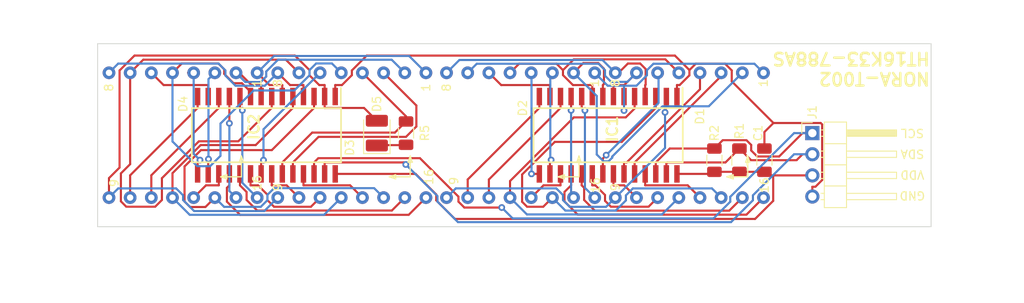
<source format=kicad_pcb>
(kicad_pcb (version 20171130) (host pcbnew "(5.1.5-0)")

  (general
    (thickness 1.6)
    (drawings 17)
    (tracks 446)
    (zones 0)
    (modules 12)
    (nets 54)
  )

  (page A4)
  (layers
    (0 F.Cu signal)
    (31 B.Cu signal)
    (32 B.Adhes user)
    (33 F.Adhes user)
    (34 B.Paste user)
    (35 F.Paste user)
    (36 B.SilkS user)
    (37 F.SilkS user)
    (38 B.Mask user)
    (39 F.Mask user)
    (40 Dwgs.User user)
    (41 Cmts.User user)
    (42 Eco1.User user)
    (43 Eco2.User user)
    (44 Edge.Cuts user)
    (45 Margin user)
    (46 B.CrtYd user)
    (47 F.CrtYd user)
    (48 B.Fab user)
    (49 F.Fab user)
  )

  (setup
    (last_trace_width 0.25)
    (user_trace_width 0.2)
    (user_trace_width 0.5)
    (trace_clearance 0.2)
    (zone_clearance 0.508)
    (zone_45_only no)
    (trace_min 0.1524)
    (via_size 0.8)
    (via_drill 0.4)
    (via_min_size 0.4)
    (via_min_drill 0.3)
    (uvia_size 0.3)
    (uvia_drill 0.1)
    (uvias_allowed no)
    (uvia_min_size 0.2)
    (uvia_min_drill 0.1)
    (edge_width 0.1)
    (segment_width 0.2)
    (pcb_text_width 0.3)
    (pcb_text_size 1.5 1.5)
    (mod_edge_width 0.15)
    (mod_text_size 1 1)
    (mod_text_width 0.15)
    (pad_size 1.524 1.524)
    (pad_drill 0.762)
    (pad_to_mask_clearance 0)
    (aux_axis_origin 0 0)
    (visible_elements FFFFFF7F)
    (pcbplotparams
      (layerselection 0x010fc_ffffffff)
      (usegerberextensions true)
      (usegerberattributes false)
      (usegerberadvancedattributes false)
      (creategerberjobfile false)
      (excludeedgelayer true)
      (linewidth 0.100000)
      (plotframeref false)
      (viasonmask false)
      (mode 1)
      (useauxorigin false)
      (hpglpennumber 1)
      (hpglpenspeed 20)
      (hpglpendiameter 15.000000)
      (psnegative false)
      (psa4output false)
      (plotreference true)
      (plotvalue true)
      (plotinvisibletext false)
      (padsonsilk false)
      (subtractmaskfromsilk false)
      (outputformat 1)
      (mirror false)
      (drillshape 0)
      (scaleselection 1)
      (outputdirectory "/Users/kitazaki/Documents/ArduinoHandson/ht16k33_03/NORA-T002/"))
  )

  (net 0 "")
  (net 1 VDD)
  (net 2 GND)
  (net 3 "Net-(D1-Pad1)")
  (net 4 "Net-(D1-Pad2)")
  (net 5 "Net-(D1-Pad3)")
  (net 6 "Net-(D1-Pad4)")
  (net 7 "Net-(D1-Pad5)")
  (net 8 "Net-(D1-Pad6)")
  (net 9 "Net-(D1-Pad7)")
  (net 10 "Net-(D1-Pad8)")
  (net 11 "Net-(D1-Pad9)")
  (net 12 "Net-(D1-Pad10)")
  (net 13 "Net-(D1-Pad11)")
  (net 14 "Net-(D1-Pad12)")
  (net 15 "Net-(D1-Pad13)")
  (net 16 "Net-(D1-Pad14)")
  (net 17 "Net-(D1-Pad15)")
  (net 18 "Net-(D1-Pad16)")
  (net 19 "Net-(D2-Pad16)")
  (net 20 "Net-(D2-Pad15)")
  (net 21 "Net-(D2-Pad13)")
  (net 22 "Net-(D2-Pad11)")
  (net 23 "Net-(D2-Pad10)")
  (net 24 "Net-(D2-Pad6)")
  (net 25 "Net-(D2-Pad4)")
  (net 26 "Net-(D2-Pad3)")
  (net 27 "Net-(D3-Pad1)")
  (net 28 "Net-(D3-Pad2)")
  (net 29 "Net-(D3-Pad3)")
  (net 30 "Net-(D3-Pad4)")
  (net 31 "Net-(D3-Pad5)")
  (net 32 "Net-(D3-Pad6)")
  (net 33 "Net-(D3-Pad7)")
  (net 34 "Net-(D3-Pad8)")
  (net 35 "Net-(D3-Pad9)")
  (net 36 "Net-(D3-Pad10)")
  (net 37 "Net-(D3-Pad11)")
  (net 38 "Net-(D3-Pad12)")
  (net 39 "Net-(D3-Pad13)")
  (net 40 "Net-(D3-Pad14)")
  (net 41 "Net-(D3-Pad15)")
  (net 42 "Net-(D3-Pad16)")
  (net 43 "Net-(D4-Pad16)")
  (net 44 "Net-(D4-Pad15)")
  (net 45 "Net-(D4-Pad13)")
  (net 46 "Net-(D4-Pad11)")
  (net 47 "Net-(D4-Pad10)")
  (net 48 "Net-(D4-Pad6)")
  (net 49 "Net-(D4-Pad4)")
  (net 50 "Net-(D4-Pad3)")
  (net 51 "Net-(D5-Pad1)")
  (net 52 "Net-(IC1-Pad26)")
  (net 53 "Net-(IC1-Pad27)")

  (net_class Default "これはデフォルトのネット クラスです。"
    (clearance 0.2)
    (trace_width 0.25)
    (via_dia 0.8)
    (via_drill 0.4)
    (uvia_dia 0.3)
    (uvia_drill 0.1)
    (add_net GND)
    (add_net "Net-(D1-Pad1)")
    (add_net "Net-(D1-Pad10)")
    (add_net "Net-(D1-Pad11)")
    (add_net "Net-(D1-Pad12)")
    (add_net "Net-(D1-Pad13)")
    (add_net "Net-(D1-Pad14)")
    (add_net "Net-(D1-Pad15)")
    (add_net "Net-(D1-Pad16)")
    (add_net "Net-(D1-Pad2)")
    (add_net "Net-(D1-Pad3)")
    (add_net "Net-(D1-Pad4)")
    (add_net "Net-(D1-Pad5)")
    (add_net "Net-(D1-Pad6)")
    (add_net "Net-(D1-Pad7)")
    (add_net "Net-(D1-Pad8)")
    (add_net "Net-(D1-Pad9)")
    (add_net "Net-(D2-Pad10)")
    (add_net "Net-(D2-Pad11)")
    (add_net "Net-(D2-Pad13)")
    (add_net "Net-(D2-Pad15)")
    (add_net "Net-(D2-Pad16)")
    (add_net "Net-(D2-Pad3)")
    (add_net "Net-(D2-Pad4)")
    (add_net "Net-(D2-Pad6)")
    (add_net "Net-(D3-Pad1)")
    (add_net "Net-(D3-Pad10)")
    (add_net "Net-(D3-Pad11)")
    (add_net "Net-(D3-Pad12)")
    (add_net "Net-(D3-Pad13)")
    (add_net "Net-(D3-Pad14)")
    (add_net "Net-(D3-Pad15)")
    (add_net "Net-(D3-Pad16)")
    (add_net "Net-(D3-Pad2)")
    (add_net "Net-(D3-Pad3)")
    (add_net "Net-(D3-Pad4)")
    (add_net "Net-(D3-Pad5)")
    (add_net "Net-(D3-Pad6)")
    (add_net "Net-(D3-Pad7)")
    (add_net "Net-(D3-Pad8)")
    (add_net "Net-(D3-Pad9)")
    (add_net "Net-(D4-Pad10)")
    (add_net "Net-(D4-Pad11)")
    (add_net "Net-(D4-Pad13)")
    (add_net "Net-(D4-Pad15)")
    (add_net "Net-(D4-Pad16)")
    (add_net "Net-(D4-Pad3)")
    (add_net "Net-(D4-Pad4)")
    (add_net "Net-(D4-Pad6)")
    (add_net "Net-(D5-Pad1)")
    (add_net "Net-(IC1-Pad26)")
    (add_net "Net-(IC1-Pad27)")
    (add_net VDD)
  )

  (module akn_misc:LED_8x8_1.9MM_20x20MM (layer F.Cu) (tedit 5C5EB22E) (tstamp 5F2BCF0C)
    (at 111 29.5 270)
    (path /5E9E0C41)
    (fp_text reference D1 (at -2.25 -1.25 90) (layer F.SilkS)
      (effects (font (size 1 1) (thickness 0.15)))
    )
    (fp_text value DISP_LED_MAT_8x8_COM_CAT (at 0 12 90) (layer F.Fab) hide
      (effects (font (size 1 1) (thickness 0.15)))
    )
    (fp_line (start -10.1 10.1) (end -10.1 -10.1) (layer F.Fab) (width 0.15))
    (fp_line (start 10.1 10.1) (end -10.1 10.1) (layer F.Fab) (width 0.15))
    (fp_line (start 10.1 -10.1) (end 10.1 10.1) (layer F.Fab) (width 0.15))
    (fp_line (start -10.1 -10.1) (end 10.1 -10.1) (layer F.Fab) (width 0.15))
    (fp_text user 16 (at 6 -9 90) (layer F.SilkS)
      (effects (font (size 1 1) (thickness 0.15)))
    )
    (fp_text user 9 (at 6.25 8.89 90) (layer F.SilkS)
      (effects (font (size 1 1) (thickness 0.15)))
    )
    (fp_text user 8 (at -6.25 8.89 90) (layer F.SilkS)
      (effects (font (size 1 1) (thickness 0.15)))
    )
    (fp_text user 1 (at -6.25 -8.89 90) (layer F.SilkS)
      (effects (font (size 1 1) (thickness 0.15)))
    )
    (fp_line (start 4.75 -5.25) (end 5 -4.5) (layer F.SilkS) (width 0.15))
    (fp_line (start 5.25 -5.25) (end 4.75 -5.25) (layer F.SilkS) (width 0.15))
    (fp_line (start 5 -4.5) (end 5.25 -5.25) (layer F.SilkS) (width 0.15))
    (fp_line (start 5 -7) (end 5 -4.5) (layer F.SilkS) (width 0.15))
    (fp_line (start 3.25 -6.75) (end 2.5 -7) (layer F.SilkS) (width 0.15))
    (fp_line (start 3.25 -7.25) (end 3.25 -6.75) (layer F.SilkS) (width 0.15))
    (fp_line (start 2.5 -7) (end 3.25 -7.25) (layer F.SilkS) (width 0.15))
    (fp_line (start 5 -7) (end 2.5 -7) (layer F.SilkS) (width 0.15))
    (pad 1 thru_hole circle (at -7.5 -8.89 270) (size 1.524 1.524) (drill 0.762) (layers *.Cu *.Mask)
      (net 3 "Net-(D1-Pad1)"))
    (pad 2 thru_hole circle (at -7.5 -6.35 270) (size 1.524 1.524) (drill 0.762) (layers *.Cu *.Mask)
      (net 4 "Net-(D1-Pad2)"))
    (pad 3 thru_hole circle (at -7.5 -3.81 270) (size 1.524 1.524) (drill 0.762) (layers *.Cu *.Mask)
      (net 5 "Net-(D1-Pad3)"))
    (pad 4 thru_hole circle (at -7.5 -1.27 270) (size 1.524 1.524) (drill 0.762) (layers *.Cu *.Mask)
      (net 6 "Net-(D1-Pad4)"))
    (pad 5 thru_hole circle (at -7.5 1.27 270) (size 1.524 1.524) (drill 0.762) (layers *.Cu *.Mask)
      (net 7 "Net-(D1-Pad5)"))
    (pad 6 thru_hole circle (at -7.5 3.81 270) (size 1.524 1.524) (drill 0.762) (layers *.Cu *.Mask)
      (net 8 "Net-(D1-Pad6)"))
    (pad 7 thru_hole circle (at -7.5 6.35 270) (size 1.524 1.524) (drill 0.762) (layers *.Cu *.Mask)
      (net 9 "Net-(D1-Pad7)"))
    (pad 8 thru_hole circle (at -7.5 8.89 270) (size 1.524 1.524) (drill 0.762) (layers *.Cu *.Mask)
      (net 10 "Net-(D1-Pad8)"))
    (pad 9 thru_hole circle (at 7.5 8.89 270) (size 1.524 1.524) (drill 0.762) (layers *.Cu *.Mask)
      (net 11 "Net-(D1-Pad9)"))
    (pad 10 thru_hole circle (at 7.5 6.35 270) (size 1.524 1.524) (drill 0.762) (layers *.Cu *.Mask)
      (net 12 "Net-(D1-Pad10)"))
    (pad 11 thru_hole circle (at 7.5 3.81 270) (size 1.524 1.524) (drill 0.762) (layers *.Cu *.Mask)
      (net 13 "Net-(D1-Pad11)"))
    (pad 12 thru_hole circle (at 7.5 1.27 270) (size 1.524 1.524) (drill 0.762) (layers *.Cu *.Mask)
      (net 14 "Net-(D1-Pad12)"))
    (pad 13 thru_hole circle (at 7.5 -1.27 270) (size 1.524 1.524) (drill 0.762) (layers *.Cu *.Mask)
      (net 15 "Net-(D1-Pad13)"))
    (pad 14 thru_hole circle (at 7.5 -3.81 270) (size 1.524 1.524) (drill 0.762) (layers *.Cu *.Mask)
      (net 16 "Net-(D1-Pad14)"))
    (pad 15 thru_hole circle (at 7.5 -6.35 270) (size 1.524 1.524) (drill 0.762) (layers *.Cu *.Mask)
      (net 17 "Net-(D1-Pad15)"))
    (pad 16 thru_hole circle (at 7.5 -8.89 270) (size 1.524 1.524) (drill 0.762) (layers *.Cu *.Mask)
      (net 18 "Net-(D1-Pad16)"))
    (model ${KISYS3DMOD}/akn.3dshapes/LED_0788.x3d
      (offset (xyz 0 0 1))
      (scale (xyz 3.95 3.95 3.95))
      (rotate (xyz -90 0 0))
    )
  )

  (module Capacitor_SMD:C_1206_3216Metric (layer F.Cu) (tedit 5B301BBE) (tstamp 5F2BCEE8)
    (at 120 32.5 90)
    (descr "Capacitor SMD 1206 (3216 Metric), square (rectangular) end terminal, IPC_7351 nominal, (Body size source: http://www.tortai-tech.com/upload/download/2011102023233369053.pdf), generated with kicad-footprint-generator")
    (tags capacitor)
    (path /5E802BE8)
    (attr smd)
    (fp_text reference C1 (at 3.25 -0.75 90) (layer F.SilkS)
      (effects (font (size 1 1) (thickness 0.15)))
    )
    (fp_text value 10uF (at 0 1.82 90) (layer F.Fab) hide
      (effects (font (size 1 1) (thickness 0.15)))
    )
    (fp_line (start -1.6 0.8) (end -1.6 -0.8) (layer F.Fab) (width 0.1))
    (fp_line (start -1.6 -0.8) (end 1.6 -0.8) (layer F.Fab) (width 0.1))
    (fp_line (start 1.6 -0.8) (end 1.6 0.8) (layer F.Fab) (width 0.1))
    (fp_line (start 1.6 0.8) (end -1.6 0.8) (layer F.Fab) (width 0.1))
    (fp_line (start -0.602064 -0.91) (end 0.602064 -0.91) (layer F.SilkS) (width 0.12))
    (fp_line (start -0.602064 0.91) (end 0.602064 0.91) (layer F.SilkS) (width 0.12))
    (fp_line (start -2.28 1.12) (end -2.28 -1.12) (layer F.CrtYd) (width 0.05))
    (fp_line (start -2.28 -1.12) (end 2.28 -1.12) (layer F.CrtYd) (width 0.05))
    (fp_line (start 2.28 -1.12) (end 2.28 1.12) (layer F.CrtYd) (width 0.05))
    (fp_line (start 2.28 1.12) (end -2.28 1.12) (layer F.CrtYd) (width 0.05))
    (fp_text user %R (at 0 0 90) (layer F.Fab) hide
      (effects (font (size 0.8 0.8) (thickness 0.12)))
    )
    (pad 1 smd roundrect (at -1.4 0 90) (size 1.25 1.75) (layers F.Cu F.Paste F.Mask) (roundrect_rratio 0.2)
      (net 1 VDD))
    (pad 2 smd roundrect (at 1.4 0 90) (size 1.25 1.75) (layers F.Cu F.Paste F.Mask) (roundrect_rratio 0.2)
      (net 2 GND))
    (model ${KISYS3DMOD}/Capacitor_SMD.3dshapes/C_1206_3216Metric.wrl
      (at (xyz 0 0 0))
      (scale (xyz 1 1 1))
      (rotate (xyz 0 0 0))
    )
  )

  (module akn_misc:LED_8x8_1.9MM_20x20MM (layer F.Cu) (tedit 5C5EB22E) (tstamp 5F2BCF30)
    (at 90.75 29.5 270)
    (path /5E9E580C)
    (fp_text reference D2 (at -3.25 -0.25 90) (layer F.SilkS)
      (effects (font (size 1 1) (thickness 0.15)))
    )
    (fp_text value DISP_LED_MAT_8x8_COM_CAT (at 0 12 90) (layer F.Fab) hide
      (effects (font (size 1 1) (thickness 0.15)))
    )
    (fp_line (start 5 -7) (end 2.5 -7) (layer F.SilkS) (width 0.15))
    (fp_line (start 2.5 -7) (end 3.25 -7.25) (layer F.SilkS) (width 0.15))
    (fp_line (start 3.25 -7.25) (end 3.25 -6.75) (layer F.SilkS) (width 0.15))
    (fp_line (start 3.25 -6.75) (end 2.5 -7) (layer F.SilkS) (width 0.15))
    (fp_line (start 5 -7) (end 5 -4.5) (layer F.SilkS) (width 0.15))
    (fp_line (start 5 -4.5) (end 5.25 -5.25) (layer F.SilkS) (width 0.15))
    (fp_line (start 5.25 -5.25) (end 4.75 -5.25) (layer F.SilkS) (width 0.15))
    (fp_line (start 4.75 -5.25) (end 5 -4.5) (layer F.SilkS) (width 0.15))
    (fp_text user 1 (at -6.25 -8.89 90) (layer F.SilkS)
      (effects (font (size 1 1) (thickness 0.15)))
    )
    (fp_text user 8 (at -5.715 8.89 90) (layer F.SilkS)
      (effects (font (size 1 1) (thickness 0.15)))
    )
    (fp_text user 9 (at 5.5 8 90) (layer F.SilkS)
      (effects (font (size 1 1) (thickness 0.15)))
    )
    (fp_text user 16 (at 6 -9 90) (layer F.SilkS)
      (effects (font (size 1 1) (thickness 0.15)))
    )
    (fp_line (start -10.1 -10.1) (end 10.1 -10.1) (layer F.Fab) (width 0.15))
    (fp_line (start 10.1 -10.1) (end 10.1 10.1) (layer F.Fab) (width 0.15))
    (fp_line (start 10.1 10.1) (end -10.1 10.1) (layer F.Fab) (width 0.15))
    (fp_line (start -10.1 10.1) (end -10.1 -10.1) (layer F.Fab) (width 0.15))
    (pad 16 thru_hole circle (at 7.5 -8.89 270) (size 1.524 1.524) (drill 0.762) (layers *.Cu *.Mask)
      (net 19 "Net-(D2-Pad16)"))
    (pad 15 thru_hole circle (at 7.5 -6.35 270) (size 1.524 1.524) (drill 0.762) (layers *.Cu *.Mask)
      (net 20 "Net-(D2-Pad15)"))
    (pad 14 thru_hole circle (at 7.5 -3.81 270) (size 1.524 1.524) (drill 0.762) (layers *.Cu *.Mask)
      (net 16 "Net-(D1-Pad14)"))
    (pad 13 thru_hole circle (at 7.5 -1.27 270) (size 1.524 1.524) (drill 0.762) (layers *.Cu *.Mask)
      (net 21 "Net-(D2-Pad13)"))
    (pad 12 thru_hole circle (at 7.5 1.27 270) (size 1.524 1.524) (drill 0.762) (layers *.Cu *.Mask)
      (net 14 "Net-(D1-Pad12)"))
    (pad 11 thru_hole circle (at 7.5 3.81 270) (size 1.524 1.524) (drill 0.762) (layers *.Cu *.Mask)
      (net 22 "Net-(D2-Pad11)"))
    (pad 10 thru_hole circle (at 7.5 6.35 270) (size 1.524 1.524) (drill 0.762) (layers *.Cu *.Mask)
      (net 23 "Net-(D2-Pad10)"))
    (pad 9 thru_hole circle (at 7.5 8.89 270) (size 1.524 1.524) (drill 0.762) (layers *.Cu *.Mask)
      (net 11 "Net-(D1-Pad9)"))
    (pad 8 thru_hole circle (at -7.5 8.89 270) (size 1.524 1.524) (drill 0.762) (layers *.Cu *.Mask)
      (net 10 "Net-(D1-Pad8)"))
    (pad 7 thru_hole circle (at -7.5 6.35 270) (size 1.524 1.524) (drill 0.762) (layers *.Cu *.Mask)
      (net 9 "Net-(D1-Pad7)"))
    (pad 6 thru_hole circle (at -7.5 3.81 270) (size 1.524 1.524) (drill 0.762) (layers *.Cu *.Mask)
      (net 24 "Net-(D2-Pad6)"))
    (pad 5 thru_hole circle (at -7.5 1.27 270) (size 1.524 1.524) (drill 0.762) (layers *.Cu *.Mask)
      (net 7 "Net-(D1-Pad5)"))
    (pad 4 thru_hole circle (at -7.5 -1.27 270) (size 1.524 1.524) (drill 0.762) (layers *.Cu *.Mask)
      (net 25 "Net-(D2-Pad4)"))
    (pad 3 thru_hole circle (at -7.5 -3.81 270) (size 1.524 1.524) (drill 0.762) (layers *.Cu *.Mask)
      (net 26 "Net-(D2-Pad3)"))
    (pad 2 thru_hole circle (at -7.5 -6.35 270) (size 1.524 1.524) (drill 0.762) (layers *.Cu *.Mask)
      (net 4 "Net-(D1-Pad2)"))
    (pad 1 thru_hole circle (at -7.5 -8.89 270) (size 1.524 1.524) (drill 0.762) (layers *.Cu *.Mask)
      (net 3 "Net-(D1-Pad1)"))
    (model ${KISYS3DMOD}/akn.3dshapes/LED_0788.x3d
      (offset (xyz 0 0 1))
      (scale (xyz 3.95 3.95 3.95))
      (rotate (xyz -90 0 0))
    )
  )

  (module akn_misc:LED_8x8_1.9MM_20x20MM (layer F.Cu) (tedit 5C5EB22E) (tstamp 5F2BCF54)
    (at 70.5 29.5 270)
    (path /5E9F8A7E)
    (fp_text reference D3 (at 1.5 0.25 90) (layer F.SilkS)
      (effects (font (size 1 1) (thickness 0.15)))
    )
    (fp_text value DISP_LED_MAT_8x8_COM_CAT (at 0 12 90) (layer F.Fab) hide
      (effects (font (size 1 1) (thickness 0.15)))
    )
    (fp_line (start -10.1 10.1) (end -10.1 -10.1) (layer F.Fab) (width 0.15))
    (fp_line (start 10.1 10.1) (end -10.1 10.1) (layer F.Fab) (width 0.15))
    (fp_line (start 10.1 -10.1) (end 10.1 10.1) (layer F.Fab) (width 0.15))
    (fp_line (start -10.1 -10.1) (end 10.1 -10.1) (layer F.Fab) (width 0.15))
    (fp_text user 16 (at 5 -9.25 90) (layer F.SilkS)
      (effects (font (size 1 1) (thickness 0.15)))
    )
    (fp_text user 9 (at 6.25 8.89 90) (layer F.SilkS)
      (effects (font (size 1 1) (thickness 0.15)))
    )
    (fp_text user 8 (at -6.25 8.89 90) (layer F.SilkS)
      (effects (font (size 1 1) (thickness 0.15)))
    )
    (fp_text user 1 (at -5.715 -8.89 90) (layer F.SilkS)
      (effects (font (size 1 1) (thickness 0.15)))
    )
    (fp_line (start 4.75 -5.25) (end 5 -4.5) (layer F.SilkS) (width 0.15))
    (fp_line (start 5.25 -5.25) (end 4.75 -5.25) (layer F.SilkS) (width 0.15))
    (fp_line (start 5 -4.5) (end 5.25 -5.25) (layer F.SilkS) (width 0.15))
    (fp_line (start 5 -7) (end 5 -4.5) (layer F.SilkS) (width 0.15))
    (fp_line (start 3.25 -6.75) (end 2.5 -7) (layer F.SilkS) (width 0.15))
    (fp_line (start 3.25 -7.25) (end 3.25 -6.75) (layer F.SilkS) (width 0.15))
    (fp_line (start 2.5 -7) (end 3.25 -7.25) (layer F.SilkS) (width 0.15))
    (fp_line (start 5 -7) (end 2.5 -7) (layer F.SilkS) (width 0.15))
    (pad 1 thru_hole circle (at -7.5 -8.89 270) (size 1.524 1.524) (drill 0.762) (layers *.Cu *.Mask)
      (net 27 "Net-(D3-Pad1)"))
    (pad 2 thru_hole circle (at -7.5 -6.35 270) (size 1.524 1.524) (drill 0.762) (layers *.Cu *.Mask)
      (net 28 "Net-(D3-Pad2)"))
    (pad 3 thru_hole circle (at -7.5 -3.81 270) (size 1.524 1.524) (drill 0.762) (layers *.Cu *.Mask)
      (net 29 "Net-(D3-Pad3)"))
    (pad 4 thru_hole circle (at -7.5 -1.27 270) (size 1.524 1.524) (drill 0.762) (layers *.Cu *.Mask)
      (net 30 "Net-(D3-Pad4)"))
    (pad 5 thru_hole circle (at -7.5 1.27 270) (size 1.524 1.524) (drill 0.762) (layers *.Cu *.Mask)
      (net 31 "Net-(D3-Pad5)"))
    (pad 6 thru_hole circle (at -7.5 3.81 270) (size 1.524 1.524) (drill 0.762) (layers *.Cu *.Mask)
      (net 32 "Net-(D3-Pad6)"))
    (pad 7 thru_hole circle (at -7.5 6.35 270) (size 1.524 1.524) (drill 0.762) (layers *.Cu *.Mask)
      (net 33 "Net-(D3-Pad7)"))
    (pad 8 thru_hole circle (at -7.5 8.89 270) (size 1.524 1.524) (drill 0.762) (layers *.Cu *.Mask)
      (net 34 "Net-(D3-Pad8)"))
    (pad 9 thru_hole circle (at 7.5 8.89 270) (size 1.524 1.524) (drill 0.762) (layers *.Cu *.Mask)
      (net 35 "Net-(D3-Pad9)"))
    (pad 10 thru_hole circle (at 7.5 6.35 270) (size 1.524 1.524) (drill 0.762) (layers *.Cu *.Mask)
      (net 36 "Net-(D3-Pad10)"))
    (pad 11 thru_hole circle (at 7.5 3.81 270) (size 1.524 1.524) (drill 0.762) (layers *.Cu *.Mask)
      (net 37 "Net-(D3-Pad11)"))
    (pad 12 thru_hole circle (at 7.5 1.27 270) (size 1.524 1.524) (drill 0.762) (layers *.Cu *.Mask)
      (net 38 "Net-(D3-Pad12)"))
    (pad 13 thru_hole circle (at 7.5 -1.27 270) (size 1.524 1.524) (drill 0.762) (layers *.Cu *.Mask)
      (net 39 "Net-(D3-Pad13)"))
    (pad 14 thru_hole circle (at 7.5 -3.81 270) (size 1.524 1.524) (drill 0.762) (layers *.Cu *.Mask)
      (net 40 "Net-(D3-Pad14)"))
    (pad 15 thru_hole circle (at 7.5 -6.35 270) (size 1.524 1.524) (drill 0.762) (layers *.Cu *.Mask)
      (net 41 "Net-(D3-Pad15)"))
    (pad 16 thru_hole circle (at 7.5 -8.89 270) (size 1.524 1.524) (drill 0.762) (layers *.Cu *.Mask)
      (net 42 "Net-(D3-Pad16)"))
    (model ${KISYS3DMOD}/akn.3dshapes/LED_0788.x3d
      (offset (xyz 0 0 1))
      (scale (xyz 3.95 3.95 3.95))
      (rotate (xyz -90 0 0))
    )
  )

  (module akn_misc:LED_8x8_1.9MM_20x20MM (layer F.Cu) (tedit 5C5EB22E) (tstamp 5F2BCF78)
    (at 50.25 29.5 270)
    (path /5EA0D513)
    (fp_text reference D4 (at -3.75 0 90) (layer F.SilkS)
      (effects (font (size 1 1) (thickness 0.15)))
    )
    (fp_text value DISP_LED_MAT_8x8_COM_CAT (at 0 12 90) (layer F.Fab) hide
      (effects (font (size 1 1) (thickness 0.15)))
    )
    (fp_line (start 5 -7) (end 2.5 -7) (layer F.SilkS) (width 0.15))
    (fp_line (start 2.5 -7) (end 3.25 -7.25) (layer F.SilkS) (width 0.15))
    (fp_line (start 3.25 -7.25) (end 3.25 -6.75) (layer F.SilkS) (width 0.15))
    (fp_line (start 3.25 -6.75) (end 2.5 -7) (layer F.SilkS) (width 0.15))
    (fp_line (start 5 -7) (end 5 -4.5) (layer F.SilkS) (width 0.15))
    (fp_line (start 5 -4.5) (end 5.25 -5.25) (layer F.SilkS) (width 0.15))
    (fp_line (start 5.25 -5.25) (end 4.75 -5.25) (layer F.SilkS) (width 0.15))
    (fp_line (start 4.75 -5.25) (end 5 -4.5) (layer F.SilkS) (width 0.15))
    (fp_text user 1 (at -6.25 -8.89 90) (layer F.SilkS)
      (effects (font (size 1 1) (thickness 0.15)))
    )
    (fp_text user 8 (at -5.715 8.89 90) (layer F.SilkS)
      (effects (font (size 1 1) (thickness 0.15)))
    )
    (fp_text user 9 (at 5.75 8.25 90) (layer F.SilkS)
      (effects (font (size 1 1) (thickness 0.15)))
    )
    (fp_text user 16 (at 5.75 -8.89 90) (layer F.SilkS)
      (effects (font (size 1 1) (thickness 0.15)))
    )
    (fp_line (start -10.1 -10.1) (end 10.1 -10.1) (layer F.Fab) (width 0.15))
    (fp_line (start 10.1 -10.1) (end 10.1 10.1) (layer F.Fab) (width 0.15))
    (fp_line (start 10.1 10.1) (end -10.1 10.1) (layer F.Fab) (width 0.15))
    (fp_line (start -10.1 10.1) (end -10.1 -10.1) (layer F.Fab) (width 0.15))
    (pad 16 thru_hole circle (at 7.5 -8.89 270) (size 1.524 1.524) (drill 0.762) (layers *.Cu *.Mask)
      (net 43 "Net-(D4-Pad16)"))
    (pad 15 thru_hole circle (at 7.5 -6.35 270) (size 1.524 1.524) (drill 0.762) (layers *.Cu *.Mask)
      (net 44 "Net-(D4-Pad15)"))
    (pad 14 thru_hole circle (at 7.5 -3.81 270) (size 1.524 1.524) (drill 0.762) (layers *.Cu *.Mask)
      (net 40 "Net-(D3-Pad14)"))
    (pad 13 thru_hole circle (at 7.5 -1.27 270) (size 1.524 1.524) (drill 0.762) (layers *.Cu *.Mask)
      (net 45 "Net-(D4-Pad13)"))
    (pad 12 thru_hole circle (at 7.5 1.27 270) (size 1.524 1.524) (drill 0.762) (layers *.Cu *.Mask)
      (net 38 "Net-(D3-Pad12)"))
    (pad 11 thru_hole circle (at 7.5 3.81 270) (size 1.524 1.524) (drill 0.762) (layers *.Cu *.Mask)
      (net 46 "Net-(D4-Pad11)"))
    (pad 10 thru_hole circle (at 7.5 6.35 270) (size 1.524 1.524) (drill 0.762) (layers *.Cu *.Mask)
      (net 47 "Net-(D4-Pad10)"))
    (pad 9 thru_hole circle (at 7.5 8.89 270) (size 1.524 1.524) (drill 0.762) (layers *.Cu *.Mask)
      (net 35 "Net-(D3-Pad9)"))
    (pad 8 thru_hole circle (at -7.5 8.89 270) (size 1.524 1.524) (drill 0.762) (layers *.Cu *.Mask)
      (net 34 "Net-(D3-Pad8)"))
    (pad 7 thru_hole circle (at -7.5 6.35 270) (size 1.524 1.524) (drill 0.762) (layers *.Cu *.Mask)
      (net 33 "Net-(D3-Pad7)"))
    (pad 6 thru_hole circle (at -7.5 3.81 270) (size 1.524 1.524) (drill 0.762) (layers *.Cu *.Mask)
      (net 48 "Net-(D4-Pad6)"))
    (pad 5 thru_hole circle (at -7.5 1.27 270) (size 1.524 1.524) (drill 0.762) (layers *.Cu *.Mask)
      (net 31 "Net-(D3-Pad5)"))
    (pad 4 thru_hole circle (at -7.5 -1.27 270) (size 1.524 1.524) (drill 0.762) (layers *.Cu *.Mask)
      (net 49 "Net-(D4-Pad4)"))
    (pad 3 thru_hole circle (at -7.5 -3.81 270) (size 1.524 1.524) (drill 0.762) (layers *.Cu *.Mask)
      (net 50 "Net-(D4-Pad3)"))
    (pad 2 thru_hole circle (at -7.5 -6.35 270) (size 1.524 1.524) (drill 0.762) (layers *.Cu *.Mask)
      (net 28 "Net-(D3-Pad2)"))
    (pad 1 thru_hole circle (at -7.5 -8.89 270) (size 1.524 1.524) (drill 0.762) (layers *.Cu *.Mask)
      (net 27 "Net-(D3-Pad1)"))
    (model ${KISYS3DMOD}/akn.3dshapes/LED_0788.x3d
      (offset (xyz 0 0 1))
      (scale (xyz 3.95 3.95 3.95))
      (rotate (xyz -90 0 0))
    )
  )

  (module Diode_SMD:D_1210_3225Metric_Pad1.42x2.65mm_HandSolder (layer F.Cu) (tedit 5B4B45C8) (tstamp 5F2BCF8B)
    (at 73.5 29.25 90)
    (descr "Diode SMD 1210 (3225 Metric), square (rectangular) end terminal, IPC_7351 nominal, (Body size source: http://www.tortai-tech.com/upload/download/2011102023233369053.pdf), generated with kicad-footprint-generator")
    (tags "diode handsolder")
    (path /5EC80F0F)
    (attr smd)
    (fp_text reference D5 (at 3.5 0 90) (layer F.SilkS)
      (effects (font (size 1 1) (thickness 0.15)))
    )
    (fp_text value 1N4148 (at 0 2.28 90) (layer F.Fab) hide
      (effects (font (size 1 1) (thickness 0.15)))
    )
    (fp_line (start 1.6 -1.25) (end -0.975 -1.25) (layer F.Fab) (width 0.1))
    (fp_line (start -0.975 -1.25) (end -1.6 -0.625) (layer F.Fab) (width 0.1))
    (fp_line (start -1.6 -0.625) (end -1.6 1.25) (layer F.Fab) (width 0.1))
    (fp_line (start -1.6 1.25) (end 1.6 1.25) (layer F.Fab) (width 0.1))
    (fp_line (start 1.6 1.25) (end 1.6 -1.25) (layer F.Fab) (width 0.1))
    (fp_line (start 1.6 -1.585) (end -2.46 -1.585) (layer F.SilkS) (width 0.12))
    (fp_line (start -2.46 -1.585) (end -2.46 1.585) (layer F.SilkS) (width 0.12))
    (fp_line (start -2.46 1.585) (end 1.6 1.585) (layer F.SilkS) (width 0.12))
    (fp_line (start -2.45 1.58) (end -2.45 -1.58) (layer F.CrtYd) (width 0.05))
    (fp_line (start -2.45 -1.58) (end 2.45 -1.58) (layer F.CrtYd) (width 0.05))
    (fp_line (start 2.45 -1.58) (end 2.45 1.58) (layer F.CrtYd) (width 0.05))
    (fp_line (start 2.45 1.58) (end -2.45 1.58) (layer F.CrtYd) (width 0.05))
    (fp_text user %R (at 0 0 90) (layer F.Fab) hide
      (effects (font (size 0.8 0.8) (thickness 0.12)))
    )
    (pad 1 smd roundrect (at -1.4875 0 90) (size 1.425 2.65) (layers F.Cu F.Paste F.Mask) (roundrect_rratio 0.175439)
      (net 51 "Net-(D5-Pad1)"))
    (pad 2 smd roundrect (at 1.4875 0 90) (size 1.425 2.65) (layers F.Cu F.Paste F.Mask) (roundrect_rratio 0.175439)
      (net 35 "Net-(D3-Pad9)"))
    (model ${KISYS3DMOD}/Diode_SMD.3dshapes/D_1210_3225Metric.wrl
      (at (xyz 0 0 0))
      (scale (xyz 1 1 1))
      (rotate (xyz 0 0 0))
    )
  )

  (module HT16K33-28SOP:SOIC127P1031X264-28N (layer F.Cu) (tedit 5E7FF825) (tstamp 5F2BCFB9)
    (at 101.25 29.5 270)
    (descr HT16K33)
    (tags "Integrated Circuit")
    (path /5E857D9F)
    (attr smd)
    (fp_text reference IC1 (at -0.75 -0.5 90) (layer F.SilkS)
      (effects (font (size 1.27 1.27) (thickness 0.254)))
    )
    (fp_text value HT16K33-28SOP (at 0 0 90) (layer F.SilkS) hide
      (effects (font (size 1.27 1.27) (thickness 0.254)))
    )
    (fp_line (start -5.95 -9.305) (end 5.95 -9.305) (layer Dwgs.User) (width 0.05))
    (fp_line (start 5.95 -9.305) (end 5.95 9.305) (layer Dwgs.User) (width 0.05))
    (fp_line (start 5.95 9.305) (end -5.95 9.305) (layer Dwgs.User) (width 0.05))
    (fp_line (start -5.95 9.305) (end -5.95 -9.305) (layer Dwgs.User) (width 0.05))
    (fp_line (start -3.53 -8.952) (end 3.53 -8.952) (layer Dwgs.User) (width 0.1))
    (fp_line (start 3.53 -8.952) (end 3.53 8.952) (layer Dwgs.User) (width 0.1))
    (fp_line (start 3.53 8.952) (end -3.53 8.952) (layer Dwgs.User) (width 0.1))
    (fp_line (start -3.53 8.952) (end -3.53 -8.952) (layer Dwgs.User) (width 0.1))
    (fp_line (start -3.53 -7.682) (end -2.26 -8.952) (layer Dwgs.User) (width 0.1))
    (fp_line (start -3.25 -8.952) (end 3.25 -8.952) (layer F.SilkS) (width 0.2))
    (fp_line (start 3.25 -8.952) (end 3.25 8.952) (layer F.SilkS) (width 0.2))
    (fp_line (start 3.25 8.952) (end -3.25 8.952) (layer F.SilkS) (width 0.2))
    (fp_line (start -3.25 8.952) (end -3.25 -8.952) (layer F.SilkS) (width 0.2))
    (fp_line (start -5.7 -8.93) (end -3.6 -8.93) (layer F.SilkS) (width 0.2))
    (pad 1 smd rect (at -4.65 -8.255) (size 0.65 2.1) (layers F.Cu F.Paste F.Mask)
      (net 2 GND))
    (pad 2 smd rect (at -4.65 -6.985) (size 0.65 2.1) (layers F.Cu F.Paste F.Mask)
      (net 11 "Net-(D1-Pad9)"))
    (pad 3 smd rect (at -4.65 -5.715) (size 0.65 2.1) (layers F.Cu F.Paste F.Mask)
      (net 16 "Net-(D1-Pad14)"))
    (pad 4 smd rect (at -4.65 -4.445) (size 0.65 2.1) (layers F.Cu F.Paste F.Mask)
      (net 10 "Net-(D1-Pad8)"))
    (pad 5 smd rect (at -4.65 -3.175) (size 0.65 2.1) (layers F.Cu F.Paste F.Mask)
      (net 14 "Net-(D1-Pad12)"))
    (pad 6 smd rect (at -4.65 -1.905) (size 0.65 2.1) (layers F.Cu F.Paste F.Mask)
      (net 3 "Net-(D1-Pad1)"))
    (pad 7 smd rect (at -4.65 -0.635) (size 0.65 2.1) (layers F.Cu F.Paste F.Mask)
      (net 9 "Net-(D1-Pad7)"))
    (pad 8 smd rect (at -4.65 0.635) (size 0.65 2.1) (layers F.Cu F.Paste F.Mask)
      (net 4 "Net-(D1-Pad2)"))
    (pad 9 smd rect (at -4.65 1.905) (size 0.65 2.1) (layers F.Cu F.Paste F.Mask)
      (net 7 "Net-(D1-Pad5)"))
    (pad 10 smd rect (at -4.65 3.175) (size 0.65 2.1) (layers F.Cu F.Paste F.Mask)
      (net 19 "Net-(D2-Pad16)"))
    (pad 11 smd rect (at -4.65 4.445) (size 0.65 2.1) (layers F.Cu F.Paste F.Mask)
      (net 20 "Net-(D2-Pad15)"))
    (pad 12 smd rect (at -4.65 5.715) (size 0.65 2.1) (layers F.Cu F.Paste F.Mask)
      (net 22 "Net-(D2-Pad11)"))
    (pad 13 smd rect (at -4.65 6.985) (size 0.65 2.1) (layers F.Cu F.Paste F.Mask)
      (net 24 "Net-(D2-Pad6)"))
    (pad 14 smd rect (at -4.65 8.255) (size 0.65 2.1) (layers F.Cu F.Paste F.Mask)
      (net 23 "Net-(D2-Pad10)"))
    (pad 15 smd rect (at 4.65 8.255) (size 0.65 2.1) (layers F.Cu F.Paste F.Mask)
      (net 25 "Net-(D2-Pad4)"))
    (pad 16 smd rect (at 4.65 6.985) (size 0.65 2.1) (layers F.Cu F.Paste F.Mask)
      (net 26 "Net-(D2-Pad3)"))
    (pad 17 smd rect (at 4.65 5.715) (size 0.65 2.1) (layers F.Cu F.Paste F.Mask)
      (net 21 "Net-(D2-Pad13)"))
    (pad 18 smd rect (at 4.65 4.445) (size 0.65 2.1) (layers F.Cu F.Paste F.Mask)
      (net 18 "Net-(D1-Pad16)"))
    (pad 19 smd rect (at 4.65 3.175) (size 0.65 2.1) (layers F.Cu F.Paste F.Mask)
      (net 17 "Net-(D1-Pad15)"))
    (pad 20 smd rect (at 4.65 1.905) (size 0.65 2.1) (layers F.Cu F.Paste F.Mask)
      (net 13 "Net-(D1-Pad11)"))
    (pad 21 smd rect (at 4.65 0.635) (size 0.65 2.1) (layers F.Cu F.Paste F.Mask)
      (net 8 "Net-(D1-Pad6)"))
    (pad 22 smd rect (at 4.65 -0.635) (size 0.65 2.1) (layers F.Cu F.Paste F.Mask)
      (net 12 "Net-(D1-Pad10)"))
    (pad 23 smd rect (at 4.65 -1.905) (size 0.65 2.1) (layers F.Cu F.Paste F.Mask)
      (net 6 "Net-(D1-Pad4)"))
    (pad 24 smd rect (at 4.65 -3.175) (size 0.65 2.1) (layers F.Cu F.Paste F.Mask)
      (net 5 "Net-(D1-Pad3)"))
    (pad 25 smd rect (at 4.65 -4.445) (size 0.65 2.1) (layers F.Cu F.Paste F.Mask)
      (net 15 "Net-(D1-Pad13)"))
    (pad 26 smd rect (at 4.65 -5.715) (size 0.65 2.1) (layers F.Cu F.Paste F.Mask)
      (net 52 "Net-(IC1-Pad26)"))
    (pad 27 smd rect (at 4.65 -6.985) (size 0.65 2.1) (layers F.Cu F.Paste F.Mask)
      (net 53 "Net-(IC1-Pad27)"))
    (pad 28 smd rect (at 4.65 -8.255) (size 0.65 2.1) (layers F.Cu F.Paste F.Mask)
      (net 1 VDD))
  )

  (module HT16K33-28SOP:SOIC127P1031X264-28N (layer F.Cu) (tedit 5E7FF825) (tstamp 5F2BCFE7)
    (at 60.25 29.5 270)
    (descr HT16K33)
    (tags "Integrated Circuit")
    (path /5E85A667)
    (attr smd)
    (fp_text reference IC2 (at -1 1.5 90) (layer F.SilkS)
      (effects (font (size 1.27 1.27) (thickness 0.254)))
    )
    (fp_text value HT16K33-28SOP (at 0 0 90) (layer F.SilkS) hide
      (effects (font (size 1.27 1.27) (thickness 0.254)))
    )
    (fp_line (start -5.7 -8.93) (end -3.6 -8.93) (layer F.SilkS) (width 0.2))
    (fp_line (start -3.25 8.952) (end -3.25 -8.952) (layer F.SilkS) (width 0.2))
    (fp_line (start 3.25 8.952) (end -3.25 8.952) (layer F.SilkS) (width 0.2))
    (fp_line (start 3.25 -8.952) (end 3.25 8.952) (layer F.SilkS) (width 0.2))
    (fp_line (start -3.25 -8.952) (end 3.25 -8.952) (layer F.SilkS) (width 0.2))
    (fp_line (start -3.53 -7.682) (end -2.26 -8.952) (layer Dwgs.User) (width 0.1))
    (fp_line (start -3.53 8.952) (end -3.53 -8.952) (layer Dwgs.User) (width 0.1))
    (fp_line (start 3.53 8.952) (end -3.53 8.952) (layer Dwgs.User) (width 0.1))
    (fp_line (start 3.53 -8.952) (end 3.53 8.952) (layer Dwgs.User) (width 0.1))
    (fp_line (start -3.53 -8.952) (end 3.53 -8.952) (layer Dwgs.User) (width 0.1))
    (fp_line (start -5.95 9.305) (end -5.95 -9.305) (layer Dwgs.User) (width 0.05))
    (fp_line (start 5.95 9.305) (end -5.95 9.305) (layer Dwgs.User) (width 0.05))
    (fp_line (start 5.95 -9.305) (end 5.95 9.305) (layer Dwgs.User) (width 0.05))
    (fp_line (start -5.95 -9.305) (end 5.95 -9.305) (layer Dwgs.User) (width 0.05))
    (pad 28 smd rect (at 4.65 -8.255) (size 0.65 2.1) (layers F.Cu F.Paste F.Mask)
      (net 1 VDD))
    (pad 27 smd rect (at 4.65 -6.985) (size 0.65 2.1) (layers F.Cu F.Paste F.Mask)
      (net 53 "Net-(IC1-Pad27)"))
    (pad 26 smd rect (at 4.65 -5.715) (size 0.65 2.1) (layers F.Cu F.Paste F.Mask)
      (net 52 "Net-(IC1-Pad26)"))
    (pad 25 smd rect (at 4.65 -4.445) (size 0.65 2.1) (layers F.Cu F.Paste F.Mask)
      (net 39 "Net-(D3-Pad13)"))
    (pad 24 smd rect (at 4.65 -3.175) (size 0.65 2.1) (layers F.Cu F.Paste F.Mask)
      (net 29 "Net-(D3-Pad3)"))
    (pad 23 smd rect (at 4.65 -1.905) (size 0.65 2.1) (layers F.Cu F.Paste F.Mask)
      (net 30 "Net-(D3-Pad4)"))
    (pad 22 smd rect (at 4.65 -0.635) (size 0.65 2.1) (layers F.Cu F.Paste F.Mask)
      (net 36 "Net-(D3-Pad10)"))
    (pad 21 smd rect (at 4.65 0.635) (size 0.65 2.1) (layers F.Cu F.Paste F.Mask)
      (net 32 "Net-(D3-Pad6)"))
    (pad 20 smd rect (at 4.65 1.905) (size 0.65 2.1) (layers F.Cu F.Paste F.Mask)
      (net 37 "Net-(D3-Pad11)"))
    (pad 19 smd rect (at 4.65 3.175) (size 0.65 2.1) (layers F.Cu F.Paste F.Mask)
      (net 41 "Net-(D3-Pad15)"))
    (pad 18 smd rect (at 4.65 4.445) (size 0.65 2.1) (layers F.Cu F.Paste F.Mask)
      (net 42 "Net-(D3-Pad16)"))
    (pad 17 smd rect (at 4.65 5.715) (size 0.65 2.1) (layers F.Cu F.Paste F.Mask)
      (net 45 "Net-(D4-Pad13)"))
    (pad 16 smd rect (at 4.65 6.985) (size 0.65 2.1) (layers F.Cu F.Paste F.Mask)
      (net 50 "Net-(D4-Pad3)"))
    (pad 15 smd rect (at 4.65 8.255) (size 0.65 2.1) (layers F.Cu F.Paste F.Mask)
      (net 49 "Net-(D4-Pad4)"))
    (pad 14 smd rect (at -4.65 8.255) (size 0.65 2.1) (layers F.Cu F.Paste F.Mask)
      (net 47 "Net-(D4-Pad10)"))
    (pad 13 smd rect (at -4.65 6.985) (size 0.65 2.1) (layers F.Cu F.Paste F.Mask)
      (net 48 "Net-(D4-Pad6)"))
    (pad 12 smd rect (at -4.65 5.715) (size 0.65 2.1) (layers F.Cu F.Paste F.Mask)
      (net 46 "Net-(D4-Pad11)"))
    (pad 11 smd rect (at -4.65 4.445) (size 0.65 2.1) (layers F.Cu F.Paste F.Mask)
      (net 44 "Net-(D4-Pad15)"))
    (pad 10 smd rect (at -4.65 3.175) (size 0.65 2.1) (layers F.Cu F.Paste F.Mask)
      (net 43 "Net-(D4-Pad16)"))
    (pad 9 smd rect (at -4.65 1.905) (size 0.65 2.1) (layers F.Cu F.Paste F.Mask)
      (net 31 "Net-(D3-Pad5)"))
    (pad 8 smd rect (at -4.65 0.635) (size 0.65 2.1) (layers F.Cu F.Paste F.Mask)
      (net 28 "Net-(D3-Pad2)"))
    (pad 7 smd rect (at -4.65 -0.635) (size 0.65 2.1) (layers F.Cu F.Paste F.Mask)
      (net 33 "Net-(D3-Pad7)"))
    (pad 6 smd rect (at -4.65 -1.905) (size 0.65 2.1) (layers F.Cu F.Paste F.Mask)
      (net 27 "Net-(D3-Pad1)"))
    (pad 5 smd rect (at -4.65 -3.175) (size 0.65 2.1) (layers F.Cu F.Paste F.Mask)
      (net 38 "Net-(D3-Pad12)"))
    (pad 4 smd rect (at -4.65 -4.445) (size 0.65 2.1) (layers F.Cu F.Paste F.Mask)
      (net 34 "Net-(D3-Pad8)"))
    (pad 3 smd rect (at -4.65 -5.715) (size 0.65 2.1) (layers F.Cu F.Paste F.Mask)
      (net 40 "Net-(D3-Pad14)"))
    (pad 2 smd rect (at -4.65 -6.985) (size 0.65 2.1) (layers F.Cu F.Paste F.Mask)
      (net 35 "Net-(D3-Pad9)"))
    (pad 1 smd rect (at -4.65 -8.255) (size 0.65 2.1) (layers F.Cu F.Paste F.Mask)
      (net 2 GND))
  )

  (module Connector_PinHeader_2.54mm:PinHeader_1x04_P2.54mm_Horizontal (layer F.Cu) (tedit 59FED5CB) (tstamp 5F2BD034)
    (at 125.75 29.25)
    (descr "Through hole angled pin header, 1x04, 2.54mm pitch, 6mm pin length, single row")
    (tags "Through hole angled pin header THT 1x04 2.54mm single row")
    (path /5E8059E4)
    (fp_text reference J1 (at 0 -2.5 90) (layer F.SilkS)
      (effects (font (size 1 1) (thickness 0.15)))
    )
    (fp_text value Conn_01x04_Male (at 4.385 9.89) (layer F.Fab) hide
      (effects (font (size 1 1) (thickness 0.15)))
    )
    (fp_line (start 2.135 -1.27) (end 4.04 -1.27) (layer F.Fab) (width 0.1))
    (fp_line (start 4.04 -1.27) (end 4.04 8.89) (layer F.Fab) (width 0.1))
    (fp_line (start 4.04 8.89) (end 1.5 8.89) (layer F.Fab) (width 0.1))
    (fp_line (start 1.5 8.89) (end 1.5 -0.635) (layer F.Fab) (width 0.1))
    (fp_line (start 1.5 -0.635) (end 2.135 -1.27) (layer F.Fab) (width 0.1))
    (fp_line (start -0.32 -0.32) (end 1.5 -0.32) (layer F.Fab) (width 0.1))
    (fp_line (start -0.32 -0.32) (end -0.32 0.32) (layer F.Fab) (width 0.1))
    (fp_line (start -0.32 0.32) (end 1.5 0.32) (layer F.Fab) (width 0.1))
    (fp_line (start 4.04 -0.32) (end 10.04 -0.32) (layer F.Fab) (width 0.1))
    (fp_line (start 10.04 -0.32) (end 10.04 0.32) (layer F.Fab) (width 0.1))
    (fp_line (start 4.04 0.32) (end 10.04 0.32) (layer F.Fab) (width 0.1))
    (fp_line (start -0.32 2.22) (end 1.5 2.22) (layer F.Fab) (width 0.1))
    (fp_line (start -0.32 2.22) (end -0.32 2.86) (layer F.Fab) (width 0.1))
    (fp_line (start -0.32 2.86) (end 1.5 2.86) (layer F.Fab) (width 0.1))
    (fp_line (start 4.04 2.22) (end 10.04 2.22) (layer F.Fab) (width 0.1))
    (fp_line (start 10.04 2.22) (end 10.04 2.86) (layer F.Fab) (width 0.1))
    (fp_line (start 4.04 2.86) (end 10.04 2.86) (layer F.Fab) (width 0.1))
    (fp_line (start -0.32 4.76) (end 1.5 4.76) (layer F.Fab) (width 0.1))
    (fp_line (start -0.32 4.76) (end -0.32 5.4) (layer F.Fab) (width 0.1))
    (fp_line (start -0.32 5.4) (end 1.5 5.4) (layer F.Fab) (width 0.1))
    (fp_line (start 4.04 4.76) (end 10.04 4.76) (layer F.Fab) (width 0.1))
    (fp_line (start 10.04 4.76) (end 10.04 5.4) (layer F.Fab) (width 0.1))
    (fp_line (start 4.04 5.4) (end 10.04 5.4) (layer F.Fab) (width 0.1))
    (fp_line (start -0.32 7.3) (end 1.5 7.3) (layer F.Fab) (width 0.1))
    (fp_line (start -0.32 7.3) (end -0.32 7.94) (layer F.Fab) (width 0.1))
    (fp_line (start -0.32 7.94) (end 1.5 7.94) (layer F.Fab) (width 0.1))
    (fp_line (start 4.04 7.3) (end 10.04 7.3) (layer F.Fab) (width 0.1))
    (fp_line (start 10.04 7.3) (end 10.04 7.94) (layer F.Fab) (width 0.1))
    (fp_line (start 4.04 7.94) (end 10.04 7.94) (layer F.Fab) (width 0.1))
    (fp_line (start 1.44 -1.33) (end 1.44 8.95) (layer F.SilkS) (width 0.12))
    (fp_line (start 1.44 8.95) (end 4.1 8.95) (layer F.SilkS) (width 0.12))
    (fp_line (start 4.1 8.95) (end 4.1 -1.33) (layer F.SilkS) (width 0.12))
    (fp_line (start 4.1 -1.33) (end 1.44 -1.33) (layer F.SilkS) (width 0.12))
    (fp_line (start 4.1 -0.38) (end 10.1 -0.38) (layer F.SilkS) (width 0.12))
    (fp_line (start 10.1 -0.38) (end 10.1 0.38) (layer F.SilkS) (width 0.12))
    (fp_line (start 10.1 0.38) (end 4.1 0.38) (layer F.SilkS) (width 0.12))
    (fp_line (start 4.1 -0.32) (end 10.1 -0.32) (layer F.SilkS) (width 0.12))
    (fp_line (start 4.1 -0.2) (end 10.1 -0.2) (layer F.SilkS) (width 0.12))
    (fp_line (start 4.1 -0.08) (end 10.1 -0.08) (layer F.SilkS) (width 0.12))
    (fp_line (start 4.1 0.04) (end 10.1 0.04) (layer F.SilkS) (width 0.12))
    (fp_line (start 4.1 0.16) (end 10.1 0.16) (layer F.SilkS) (width 0.12))
    (fp_line (start 4.1 0.28) (end 10.1 0.28) (layer F.SilkS) (width 0.12))
    (fp_line (start 1.11 -0.38) (end 1.44 -0.38) (layer F.SilkS) (width 0.12))
    (fp_line (start 1.11 0.38) (end 1.44 0.38) (layer F.SilkS) (width 0.12))
    (fp_line (start 1.44 1.27) (end 4.1 1.27) (layer F.SilkS) (width 0.12))
    (fp_line (start 4.1 2.16) (end 10.1 2.16) (layer F.SilkS) (width 0.12))
    (fp_line (start 10.1 2.16) (end 10.1 2.92) (layer F.SilkS) (width 0.12))
    (fp_line (start 10.1 2.92) (end 4.1 2.92) (layer F.SilkS) (width 0.12))
    (fp_line (start 1.042929 2.16) (end 1.44 2.16) (layer F.SilkS) (width 0.12))
    (fp_line (start 1.042929 2.92) (end 1.44 2.92) (layer F.SilkS) (width 0.12))
    (fp_line (start 1.44 3.81) (end 4.1 3.81) (layer F.SilkS) (width 0.12))
    (fp_line (start 4.1 4.7) (end 10.1 4.7) (layer F.SilkS) (width 0.12))
    (fp_line (start 10.1 4.7) (end 10.1 5.46) (layer F.SilkS) (width 0.12))
    (fp_line (start 10.1 5.46) (end 4.1 5.46) (layer F.SilkS) (width 0.12))
    (fp_line (start 1.042929 4.7) (end 1.44 4.7) (layer F.SilkS) (width 0.12))
    (fp_line (start 1.042929 5.46) (end 1.44 5.46) (layer F.SilkS) (width 0.12))
    (fp_line (start 1.44 6.35) (end 4.1 6.35) (layer F.SilkS) (width 0.12))
    (fp_line (start 4.1 7.24) (end 10.1 7.24) (layer F.SilkS) (width 0.12))
    (fp_line (start 10.1 7.24) (end 10.1 8) (layer F.SilkS) (width 0.12))
    (fp_line (start 10.1 8) (end 4.1 8) (layer F.SilkS) (width 0.12))
    (fp_line (start 1.042929 7.24) (end 1.44 7.24) (layer F.SilkS) (width 0.12))
    (fp_line (start 1.042929 8) (end 1.44 8) (layer F.SilkS) (width 0.12))
    (fp_line (start -1.27 0) (end -1.27 -1.27) (layer F.SilkS) (width 0.12))
    (fp_line (start -1.27 -1.27) (end 0 -1.27) (layer F.SilkS) (width 0.12))
    (fp_line (start -1.8 -1.8) (end -1.8 9.4) (layer F.CrtYd) (width 0.05))
    (fp_line (start -1.8 9.4) (end 10.55 9.4) (layer F.CrtYd) (width 0.05))
    (fp_line (start 10.55 9.4) (end 10.55 -1.8) (layer F.CrtYd) (width 0.05))
    (fp_line (start 10.55 -1.8) (end -1.8 -1.8) (layer F.CrtYd) (width 0.05))
    (fp_text user %R (at 2.77 3.81 90) (layer F.Fab) hide
      (effects (font (size 1 1) (thickness 0.15)))
    )
    (pad 1 thru_hole rect (at 0 0) (size 1.7 1.7) (drill 1) (layers *.Cu *.Mask)
      (net 52 "Net-(IC1-Pad26)"))
    (pad 2 thru_hole oval (at 0 2.54) (size 1.7 1.7) (drill 1) (layers *.Cu *.Mask)
      (net 53 "Net-(IC1-Pad27)"))
    (pad 3 thru_hole oval (at 0 5.08) (size 1.7 1.7) (drill 1) (layers *.Cu *.Mask)
      (net 1 VDD))
    (pad 4 thru_hole oval (at 0 7.62) (size 1.7 1.7) (drill 1) (layers *.Cu *.Mask)
      (net 2 GND))
    (model ${KISYS3DMOD}/Connector_PinHeader_2.54mm.3dshapes/PinHeader_1x04_P2.54mm_Horizontal.wrl
      (at (xyz 0 0 0))
      (scale (xyz 1 1 1))
      (rotate (xyz 0 0 0))
    )
  )

  (module Resistor_SMD:R_1206_3216Metric (layer F.Cu) (tedit 5B301BBD) (tstamp 5F2BD045)
    (at 117 32.5 90)
    (descr "Resistor SMD 1206 (3216 Metric), square (rectangular) end terminal, IPC_7351 nominal, (Body size source: http://www.tortai-tech.com/upload/download/2011102023233369053.pdf), generated with kicad-footprint-generator")
    (tags resistor)
    (path /5EC5DF10)
    (attr smd)
    (fp_text reference R1 (at 3.5 0 90) (layer F.SilkS)
      (effects (font (size 1 1) (thickness 0.15)))
    )
    (fp_text value 10K (at 0 1.82 90) (layer F.Fab) hide
      (effects (font (size 1 1) (thickness 0.15)))
    )
    (fp_text user %R (at 0 0 90) (layer F.Fab) hide
      (effects (font (size 0.8 0.8) (thickness 0.12)))
    )
    (fp_line (start 2.28 1.12) (end -2.28 1.12) (layer F.CrtYd) (width 0.05))
    (fp_line (start 2.28 -1.12) (end 2.28 1.12) (layer F.CrtYd) (width 0.05))
    (fp_line (start -2.28 -1.12) (end 2.28 -1.12) (layer F.CrtYd) (width 0.05))
    (fp_line (start -2.28 1.12) (end -2.28 -1.12) (layer F.CrtYd) (width 0.05))
    (fp_line (start -0.602064 0.91) (end 0.602064 0.91) (layer F.SilkS) (width 0.12))
    (fp_line (start -0.602064 -0.91) (end 0.602064 -0.91) (layer F.SilkS) (width 0.12))
    (fp_line (start 1.6 0.8) (end -1.6 0.8) (layer F.Fab) (width 0.1))
    (fp_line (start 1.6 -0.8) (end 1.6 0.8) (layer F.Fab) (width 0.1))
    (fp_line (start -1.6 -0.8) (end 1.6 -0.8) (layer F.Fab) (width 0.1))
    (fp_line (start -1.6 0.8) (end -1.6 -0.8) (layer F.Fab) (width 0.1))
    (pad 2 smd roundrect (at 1.4 0 90) (size 1.25 1.75) (layers F.Cu F.Paste F.Mask) (roundrect_rratio 0.2)
      (net 53 "Net-(IC1-Pad27)"))
    (pad 1 smd roundrect (at -1.4 0 90) (size 1.25 1.75) (layers F.Cu F.Paste F.Mask) (roundrect_rratio 0.2)
      (net 1 VDD))
    (model ${KISYS3DMOD}/Resistor_SMD.3dshapes/R_1206_3216Metric.wrl
      (at (xyz 0 0 0))
      (scale (xyz 1 1 1))
      (rotate (xyz 0 0 0))
    )
  )

  (module Resistor_SMD:R_1206_3216Metric (layer F.Cu) (tedit 5B301BBD) (tstamp 5F2BD056)
    (at 114 32.5 90)
    (descr "Resistor SMD 1206 (3216 Metric), square (rectangular) end terminal, IPC_7351 nominal, (Body size source: http://www.tortai-tech.com/upload/download/2011102023233369053.pdf), generated with kicad-footprint-generator")
    (tags resistor)
    (path /5E80BF98)
    (attr smd)
    (fp_text reference R2 (at 3.25 0 90) (layer F.SilkS)
      (effects (font (size 1 1) (thickness 0.15)))
    )
    (fp_text value 10K (at 0 1.82 90) (layer F.Fab) hide
      (effects (font (size 1 1) (thickness 0.15)))
    )
    (fp_line (start -1.6 0.8) (end -1.6 -0.8) (layer F.Fab) (width 0.1))
    (fp_line (start -1.6 -0.8) (end 1.6 -0.8) (layer F.Fab) (width 0.1))
    (fp_line (start 1.6 -0.8) (end 1.6 0.8) (layer F.Fab) (width 0.1))
    (fp_line (start 1.6 0.8) (end -1.6 0.8) (layer F.Fab) (width 0.1))
    (fp_line (start -0.602064 -0.91) (end 0.602064 -0.91) (layer F.SilkS) (width 0.12))
    (fp_line (start -0.602064 0.91) (end 0.602064 0.91) (layer F.SilkS) (width 0.12))
    (fp_line (start -2.28 1.12) (end -2.28 -1.12) (layer F.CrtYd) (width 0.05))
    (fp_line (start -2.28 -1.12) (end 2.28 -1.12) (layer F.CrtYd) (width 0.05))
    (fp_line (start 2.28 -1.12) (end 2.28 1.12) (layer F.CrtYd) (width 0.05))
    (fp_line (start 2.28 1.12) (end -2.28 1.12) (layer F.CrtYd) (width 0.05))
    (fp_text user %R (at 0 0 90) (layer F.Fab) hide
      (effects (font (size 0.8 0.8) (thickness 0.12)))
    )
    (pad 1 smd roundrect (at -1.4 0 90) (size 1.25 1.75) (layers F.Cu F.Paste F.Mask) (roundrect_rratio 0.2)
      (net 1 VDD))
    (pad 2 smd roundrect (at 1.4 0 90) (size 1.25 1.75) (layers F.Cu F.Paste F.Mask) (roundrect_rratio 0.2)
      (net 52 "Net-(IC1-Pad26)"))
    (model ${KISYS3DMOD}/Resistor_SMD.3dshapes/R_1206_3216Metric.wrl
      (at (xyz 0 0 0))
      (scale (xyz 1 1 1))
      (rotate (xyz 0 0 0))
    )
  )

  (module Resistor_SMD:R_1206_3216Metric (layer F.Cu) (tedit 5B301BBD) (tstamp 5F2BD067)
    (at 77 29.25 270)
    (descr "Resistor SMD 1206 (3216 Metric), square (rectangular) end terminal, IPC_7351 nominal, (Body size source: http://www.tortai-tech.com/upload/download/2011102023233369053.pdf), generated with kicad-footprint-generator")
    (tags resistor)
    (path /5ECB6751)
    (attr smd)
    (fp_text reference R5 (at 0 -2.25 90) (layer F.SilkS)
      (effects (font (size 1 1) (thickness 0.15)))
    )
    (fp_text value 10K (at 0 1.82 90) (layer F.Fab) hide
      (effects (font (size 1 1) (thickness 0.15)))
    )
    (fp_line (start -1.6 0.8) (end -1.6 -0.8) (layer F.Fab) (width 0.1))
    (fp_line (start -1.6 -0.8) (end 1.6 -0.8) (layer F.Fab) (width 0.1))
    (fp_line (start 1.6 -0.8) (end 1.6 0.8) (layer F.Fab) (width 0.1))
    (fp_line (start 1.6 0.8) (end -1.6 0.8) (layer F.Fab) (width 0.1))
    (fp_line (start -0.602064 -0.91) (end 0.602064 -0.91) (layer F.SilkS) (width 0.12))
    (fp_line (start -0.602064 0.91) (end 0.602064 0.91) (layer F.SilkS) (width 0.12))
    (fp_line (start -2.28 1.12) (end -2.28 -1.12) (layer F.CrtYd) (width 0.05))
    (fp_line (start -2.28 -1.12) (end 2.28 -1.12) (layer F.CrtYd) (width 0.05))
    (fp_line (start 2.28 -1.12) (end 2.28 1.12) (layer F.CrtYd) (width 0.05))
    (fp_line (start 2.28 1.12) (end -2.28 1.12) (layer F.CrtYd) (width 0.05))
    (fp_text user %R (at 0 0 90) (layer F.Fab) hide
      (effects (font (size 0.8 0.8) (thickness 0.12)))
    )
    (pad 1 smd roundrect (at -1.4 0 270) (size 1.25 1.75) (layers F.Cu F.Paste F.Mask) (roundrect_rratio 0.2)
      (net 30 "Net-(D3-Pad4)"))
    (pad 2 smd roundrect (at 1.4 0 270) (size 1.25 1.75) (layers F.Cu F.Paste F.Mask) (roundrect_rratio 0.2)
      (net 51 "Net-(D5-Pad1)"))
    (model ${KISYS3DMOD}/Resistor_SMD.3dshapes/R_1206_3216Metric.wrl
      (at (xyz 0 0 0))
      (scale (xyz 1 1 1))
      (rotate (xyz 0 0 0))
    )
  )

  (gr_line (start 40 40.5) (end 140 40.5) (layer Edge.Cuts) (width 0.1) (tstamp 5F525D1A))
  (gr_line (start 140 18.5) (end 40 18.5) (layer Edge.Cuts) (width 0.1) (tstamp 5F525D19))
  (gr_text SCL (at 137.75 29.25 180) (layer F.SilkS)
    (effects (font (size 1 1) (thickness 0.15)))
  )
  (gr_text SDA (at 137.75 31.75 180) (layer F.SilkS)
    (effects (font (size 1 1) (thickness 0.15)))
  )
  (gr_text VDD (at 137.75 34.25 180) (layer F.SilkS)
    (effects (font (size 1 1) (thickness 0.15)))
  )
  (gr_text GND (at 137.75 36.75 180) (layer F.SilkS)
    (effects (font (size 1 1) (thickness 0.15)))
  )
  (dimension 4.5 (width 0.15) (layer Dwgs.User) (tstamp 5F51ECD3)
    (gr_text "4.500 mm" (at 123.5 46.05) (layer Dwgs.User) (tstamp 5F51ECD3)
      (effects (font (size 1 1) (thickness 0.15)))
    )
    (feature1 (pts (xy 125.75 42) (xy 125.75 45.336421)))
    (feature2 (pts (xy 121.25 42) (xy 121.25 45.336421)))
    (crossbar (pts (xy 121.25 44.75) (xy 125.75 44.75)))
    (arrow1a (pts (xy 125.75 44.75) (xy 124.623496 45.336421)))
    (arrow1b (pts (xy 125.75 44.75) (xy 124.623496 44.163579)))
    (arrow2a (pts (xy 121.25 44.75) (xy 122.376504 45.336421)))
    (arrow2b (pts (xy 121.25 44.75) (xy 122.376504 44.163579)))
  )
  (dimension 4.5 (width 0.15) (layer Dwgs.User) (tstamp 5F51ECC1)
    (gr_text "4.500 mm" (at 144.8 39.25 270) (layer Dwgs.User) (tstamp 5F51ECC1)
      (effects (font (size 1 1) (thickness 0.15)))
    )
    (feature1 (pts (xy 141 41.5) (xy 144.086421 41.5)))
    (feature2 (pts (xy 141 37) (xy 144.086421 37)))
    (crossbar (pts (xy 143.5 37) (xy 143.5 41.5)))
    (arrow1a (pts (xy 143.5 41.5) (xy 142.913579 40.373496)))
    (arrow1b (pts (xy 143.5 41.5) (xy 144.086421 40.373496)))
    (arrow2a (pts (xy 143.5 37) (xy 142.913579 38.126504)))
    (arrow2b (pts (xy 143.5 37) (xy 144.086421 38.126504)))
  )
  (dimension 18.75 (width 0.15) (layer Dwgs.User) (tstamp 5F51ECA5)
    (gr_text "18.750 mm" (at 130.625 50.3) (layer Dwgs.User) (tstamp 5F51ECA5)
      (effects (font (size 1 1) (thickness 0.15)))
    )
    (feature1 (pts (xy 140 46.25) (xy 140 49.586421)))
    (feature2 (pts (xy 121.25 46.25) (xy 121.25 49.586421)))
    (crossbar (pts (xy 121.25 49) (xy 140 49)))
    (arrow1a (pts (xy 140 49) (xy 138.873496 49.586421)))
    (arrow1b (pts (xy 140 49) (xy 138.873496 48.413579)))
    (arrow2a (pts (xy 121.25 49) (xy 122.376504 49.586421)))
    (arrow2b (pts (xy 121.25 49) (xy 122.376504 48.413579)))
  )
  (dimension 2 (width 0.15) (layer Dwgs.User) (tstamp 5F51E39E)
    (gr_text "2.000 mm" (at 35.2 40.5 270) (layer Dwgs.User) (tstamp 5F51E39E)
      (effects (font (size 1 1) (thickness 0.15)))
    )
    (feature1 (pts (xy 38.25 41.5) (xy 35.913579 41.5)))
    (feature2 (pts (xy 38.25 39.5) (xy 35.913579 39.5)))
    (crossbar (pts (xy 36.5 39.5) (xy 36.5 41.5)))
    (arrow1a (pts (xy 36.5 41.5) (xy 35.913579 40.373496)))
    (arrow1b (pts (xy 36.5 41.5) (xy 37.086421 40.373496)))
    (arrow2a (pts (xy 36.5 39.5) (xy 35.913579 40.626504)))
    (arrow2b (pts (xy 36.5 39.5) (xy 37.086421 40.626504)))
  )
  (dimension 2 (width 0.15) (layer Dwgs.User) (tstamp 5F51E385)
    (gr_text "2.000 mm" (at 35.2 18.5 270) (layer Dwgs.User) (tstamp 5F51E385)
      (effects (font (size 1 1) (thickness 0.15)))
    )
    (feature1 (pts (xy 38.25 19.5) (xy 35.913579 19.5)))
    (feature2 (pts (xy 38.25 17.5) (xy 35.913579 17.5)))
    (crossbar (pts (xy 36.5 17.5) (xy 36.5 19.5)))
    (arrow1a (pts (xy 36.5 19.5) (xy 35.913579 18.373496)))
    (arrow1b (pts (xy 36.5 19.5) (xy 37.086421 18.373496)))
    (arrow2a (pts (xy 36.5 17.5) (xy 35.913579 18.626504)))
    (arrow2b (pts (xy 36.5 17.5) (xy 37.086421 18.626504)))
  )
  (gr_line (start 140 18.5) (end 140 40.5) (layer Edge.Cuts) (width 0.1))
  (gr_text "NORA-T002\nHT16K33-788AS" (at 140 21.5 180) (layer F.SilkS)
    (effects (font (size 1.5 1.5) (thickness 0.3)) (justify left))
  )
  (dimension 22 (width 0.15) (layer Dwgs.User)
    (gr_text "22.000 mm" (at 149.8 29.5 270) (layer Dwgs.User)
      (effects (font (size 1 1) (thickness 0.15)))
    )
    (feature1 (pts (xy 146 40.5) (xy 149.086421 40.5)))
    (feature2 (pts (xy 146 18.5) (xy 149.086421 18.5)))
    (crossbar (pts (xy 148.5 18.5) (xy 148.5 40.5)))
    (arrow1a (pts (xy 148.5 40.5) (xy 147.913579 39.373496)))
    (arrow1b (pts (xy 148.5 40.5) (xy 149.086421 39.373496)))
    (arrow2a (pts (xy 148.5 18.5) (xy 147.913579 19.626504)))
    (arrow2b (pts (xy 148.5 18.5) (xy 149.086421 19.626504)))
  )
  (gr_line (start 40 18.5) (end 40 40.5) (layer Edge.Cuts) (width 0.1))
  (dimension 22 (width 0.15) (layer Dwgs.User)
    (gr_text "22.000 mm" (at 31.95 29.5 270) (layer Dwgs.User)
      (effects (font (size 1 1) (thickness 0.15)))
    )
    (feature1 (pts (xy 35 40.5) (xy 32.663579 40.5)))
    (feature2 (pts (xy 35 18.5) (xy 32.663579 18.5)))
    (crossbar (pts (xy 33.25 18.5) (xy 33.25 40.5)))
    (arrow1a (pts (xy 33.25 40.5) (xy 32.663579 39.373496)))
    (arrow1b (pts (xy 33.25 40.5) (xy 33.836421 39.373496)))
    (arrow2a (pts (xy 33.25 18.5) (xy 32.663579 19.626504)))
    (arrow2b (pts (xy 33.25 18.5) (xy 33.836421 19.626504)))
  )
  (dimension 100 (width 0.15) (layer Dwgs.User)
    (gr_text "100.000 mm" (at 90 13.95) (layer Dwgs.User)
      (effects (font (size 1 1) (thickness 0.15)))
    )
    (feature1 (pts (xy 140 16.5) (xy 140 14.663579)))
    (feature2 (pts (xy 40 16.5) (xy 40 14.663579)))
    (crossbar (pts (xy 40 15.25) (xy 140 15.25)))
    (arrow1a (pts (xy 140 15.25) (xy 138.873496 15.836421)))
    (arrow1b (pts (xy 140 15.25) (xy 138.873496 14.663579)))
    (arrow2a (pts (xy 40 15.25) (xy 41.126504 15.836421)))
    (arrow2b (pts (xy 40 15.25) (xy 41.126504 14.663579)))
  )

  (segment (start 120 33.9) (end 117 33.9) (width 0.25) (layer F.Cu) (net 1))
  (segment (start 121.0537 34.33) (end 120.43 34.33) (width 0.25) (layer F.Cu) (net 1))
  (segment (start 120.43 34.33) (end 120 33.9) (width 0.25) (layer F.Cu) (net 1))
  (segment (start 125.162 34.33) (end 121.0537 34.33) (width 0.25) (layer F.Cu) (net 1))
  (segment (start 121.0537 34.33) (end 121.0537 37.3905) (width 0.25) (layer F.Cu) (net 1))
  (segment (start 121.0537 37.3905) (end 118.8797 39.5645) (width 0.25) (layer F.Cu) (net 1))
  (segment (start 118.8797 39.5645) (end 82.8617 39.5645) (width 0.25) (layer F.Cu) (net 1))
  (segment (start 82.8617 39.5645) (end 80.625 37.3278) (width 0.25) (layer F.Cu) (net 1))
  (segment (start 80.625 37.3278) (end 80.625 36.6202) (width 0.25) (layer F.Cu) (net 1))
  (segment (start 80.625 36.6202) (end 78.1548 34.15) (width 0.25) (layer F.Cu) (net 1))
  (segment (start 78.1548 34.15) (end 68.505 34.15) (width 0.25) (layer F.Cu) (net 1))
  (segment (start 109.505 34.15) (end 113.75 34.15) (width 0.25) (layer F.Cu) (net 1))
  (segment (start 113.75 34.15) (end 114 33.9) (width 0.25) (layer F.Cu) (net 1))
  (segment (start 117 33.9) (end 114 33.9) (width 0.25) (layer F.Cu) (net 1))
  (segment (start 125.162 34.33) (end 125.75 34.33) (width 0.25) (layer F.Cu) (net 1))
  (segment (start 111 21.6743) (end 109.2582 19.9325) (width 0.25) (layer F.Cu) (net 2))
  (segment (start 109.2582 19.9325) (end 72.2843 19.9325) (width 0.25) (layer F.Cu) (net 2))
  (segment (start 72.2843 19.9325) (end 70.5 21.7168) (width 0.25) (layer F.Cu) (net 2))
  (segment (start 70.5 21.7168) (end 70.5 22.2859) (width 0.25) (layer F.Cu) (net 2))
  (segment (start 70.5 22.2859) (end 69.3112 23.4747) (width 0.25) (layer F.Cu) (net 2))
  (segment (start 69.3112 23.4747) (end 68.505 23.4747) (width 0.25) (layer F.Cu) (net 2))
  (segment (start 111 21.6743) (end 111 22.3048) (width 0.25) (layer F.Cu) (net 2))
  (segment (start 111 22.3048) (end 109.8301 23.4747) (width 0.25) (layer F.Cu) (net 2))
  (segment (start 109.8301 23.4747) (end 109.505 23.4747) (width 0.25) (layer F.Cu) (net 2))
  (segment (start 121.0827 28.0345) (end 116.08 23.0318) (width 0.25) (layer F.Cu) (net 2))
  (segment (start 116.08 23.0318) (end 116.08 21.7135) (width 0.25) (layer F.Cu) (net 2))
  (segment (start 116.08 21.7135) (end 115.2786 20.9121) (width 0.25) (layer F.Cu) (net 2))
  (segment (start 115.2786 20.9121) (end 111.7622 20.9121) (width 0.25) (layer F.Cu) (net 2))
  (segment (start 111.7622 20.9121) (end 111 21.6743) (width 0.25) (layer F.Cu) (net 2))
  (segment (start 68.505 24.85) (end 68.505 23.4747) (width 0.25) (layer F.Cu) (net 2))
  (segment (start 109.505 24.85) (end 109.505 23.4747) (width 0.25) (layer F.Cu) (net 2))
  (segment (start 121.0827 28.0345) (end 120 29.1172) (width 0.25) (layer F.Cu) (net 2))
  (segment (start 120 29.1172) (end 120 31.1) (width 0.25) (layer F.Cu) (net 2))
  (segment (start 125.75 35.6947) (end 126.1173 35.6947) (width 0.25) (layer F.Cu) (net 2))
  (segment (start 126.1173 35.6947) (end 126.9254 34.8866) (width 0.25) (layer F.Cu) (net 2))
  (segment (start 126.9254 34.8866) (end 126.9254 28.2016) (width 0.25) (layer F.Cu) (net 2))
  (segment (start 126.9254 28.2016) (end 126.7583 28.0345) (width 0.25) (layer F.Cu) (net 2))
  (segment (start 126.7583 28.0345) (end 121.0827 28.0345) (width 0.25) (layer F.Cu) (net 2))
  (segment (start 125.75 36.87) (end 125.75 35.6947) (width 0.25) (layer F.Cu) (net 2))
  (segment (start 103.155 23.5512) (end 101.1912 23.5512) (width 0.25) (layer B.Cu) (net 3))
  (segment (start 101.1912 23.5512) (end 99.64 22) (width 0.25) (layer B.Cu) (net 3))
  (segment (start 119.89 22) (end 118.8021 20.9121) (width 0.25) (layer B.Cu) (net 3))
  (segment (start 118.8021 20.9121) (end 106.6822 20.9121) (width 0.25) (layer B.Cu) (net 3))
  (segment (start 106.6822 20.9121) (end 105.9074 21.6869) (width 0.25) (layer B.Cu) (net 3))
  (segment (start 105.9074 21.6869) (end 105.9074 22.2942) (width 0.25) (layer B.Cu) (net 3))
  (segment (start 105.9074 22.2942) (end 104.6504 23.5512) (width 0.25) (layer B.Cu) (net 3))
  (segment (start 104.6504 23.5512) (end 103.155 23.5512) (width 0.25) (layer B.Cu) (net 3))
  (segment (start 103.155 23.5512) (end 103.155 26.5362) (width 0.25) (layer B.Cu) (net 3))
  (segment (start 103.155 24.85) (end 103.155 26.5362) (width 0.25) (layer F.Cu) (net 3))
  (via (at 103.155 26.5362) (size 0.8) (layers F.Cu B.Cu) (net 3))
  (segment (start 97.1 22) (end 99.8824 24.7824) (width 0.25) (layer B.Cu) (net 4))
  (segment (start 99.8824 24.7824) (end 99.8824 31.8183) (width 0.25) (layer B.Cu) (net 4))
  (segment (start 99.8824 31.8183) (end 100.7105 32.6464) (width 0.25) (layer B.Cu) (net 4))
  (segment (start 100.7105 32.6464) (end 101.2918 32.6464) (width 0.25) (layer B.Cu) (net 4))
  (segment (start 101.2918 32.6464) (end 101.7409 32.1973) (width 0.25) (layer B.Cu) (net 4))
  (segment (start 101.7409 32.1973) (end 101.7409 32.0635) (width 0.25) (layer B.Cu) (net 4))
  (segment (start 101.7409 32.0635) (end 107.7763 26.0281) (width 0.25) (layer B.Cu) (net 4))
  (segment (start 107.7763 26.0281) (end 113.3219 26.0281) (width 0.25) (layer B.Cu) (net 4))
  (segment (start 113.3219 26.0281) (end 117.35 22) (width 0.25) (layer B.Cu) (net 4))
  (segment (start 100.615 24.85) (end 100.615 23.4747) (width 0.25) (layer F.Cu) (net 4))
  (segment (start 100.615 23.4747) (end 100.745 23.3447) (width 0.25) (layer F.Cu) (net 4))
  (segment (start 100.745 23.3447) (end 100.745 21.5067) (width 0.25) (layer F.Cu) (net 4))
  (segment (start 100.745 21.5067) (end 100.0715 20.8332) (width 0.25) (layer F.Cu) (net 4))
  (segment (start 100.0715 20.8332) (end 98.2668 20.8332) (width 0.25) (layer F.Cu) (net 4))
  (segment (start 98.2668 20.8332) (end 97.1 22) (width 0.25) (layer F.Cu) (net 4))
  (segment (start 104.425 34.15) (end 104.425 32.7747) (width 0.25) (layer F.Cu) (net 5))
  (segment (start 104.425 32.7747) (end 114.81 22.3897) (width 0.25) (layer F.Cu) (net 5))
  (segment (start 114.81 22.3897) (end 114.81 22) (width 0.25) (layer F.Cu) (net 5))
  (segment (start 103.155 34.15) (end 103.155 32.7747) (width 0.25) (layer F.Cu) (net 6))
  (segment (start 103.155 32.7747) (end 103.4715 32.7747) (width 0.25) (layer F.Cu) (net 6))
  (segment (start 103.4715 32.7747) (end 112.27 23.9762) (width 0.25) (layer F.Cu) (net 6))
  (segment (start 112.27 23.9762) (end 112.27 22) (width 0.25) (layer F.Cu) (net 6))
  (segment (start 95.83 21.6799) (end 95.0597 20.9096) (width 0.25) (layer F.Cu) (net 7))
  (segment (start 95.0597 20.9096) (end 90.5704 20.9096) (width 0.25) (layer F.Cu) (net 7))
  (segment (start 90.5704 20.9096) (end 89.48 22) (width 0.25) (layer F.Cu) (net 7))
  (segment (start 99.345 23.4747) (end 97.0278 23.4747) (width 0.25) (layer F.Cu) (net 7))
  (segment (start 97.0278 23.4747) (end 95.83 22.2769) (width 0.25) (layer F.Cu) (net 7))
  (segment (start 95.83 22.2769) (end 95.83 21.6799) (width 0.25) (layer F.Cu) (net 7))
  (segment (start 109.73 22) (end 108.1128 20.3828) (width 0.25) (layer F.Cu) (net 7))
  (segment (start 108.1128 20.3828) (end 97.1271 20.3828) (width 0.25) (layer F.Cu) (net 7))
  (segment (start 97.1271 20.3828) (end 95.83 21.6799) (width 0.25) (layer F.Cu) (net 7))
  (segment (start 99.345 24.85) (end 99.345 23.4747) (width 0.25) (layer F.Cu) (net 7))
  (segment (start 107.2966 22.1066) (end 107.19 22) (width 0.25) (layer B.Cu) (net 8))
  (segment (start 107.69 22.1066) (end 107.2966 22.1066) (width 0.25) (layer B.Cu) (net 8))
  (segment (start 107.2966 22.1066) (end 107.2966 25.6158) (width 0.25) (layer B.Cu) (net 8))
  (segment (start 107.2966 25.6158) (end 101.0156 31.8968) (width 0.25) (layer B.Cu) (net 8))
  (segment (start 101.0156 31.8968) (end 100.615 32.2974) (width 0.25) (layer F.Cu) (net 8))
  (segment (start 100.615 32.2974) (end 100.615 34.15) (width 0.25) (layer F.Cu) (net 8))
  (segment (start 107.69 22.1066) (end 107.69 22) (width 0.25) (layer B.Cu) (net 8))
  (segment (start 107.69 22.2132) (end 107.69 22.1066) (width 0.25) (layer B.Cu) (net 8))
  (via (at 101.0156 31.8968) (size 0.8) (layers F.Cu B.Cu) (net 8))
  (segment (start 101.885 24.85) (end 101.885 23.4747) (width 0.25) (layer F.Cu) (net 9))
  (segment (start 101.885 23.4747) (end 103.1753 23.4747) (width 0.25) (layer F.Cu) (net 9))
  (segment (start 103.1753 23.4747) (end 104.65 22) (width 0.25) (layer F.Cu) (net 9))
  (segment (start 84.4 22) (end 85.4884 20.9116) (width 0.25) (layer B.Cu) (net 9))
  (segment (start 85.4884 20.9116) (end 100.1002 20.9116) (width 0.25) (layer B.Cu) (net 9))
  (segment (start 100.1002 20.9116) (end 100.875 21.6864) (width 0.25) (layer B.Cu) (net 9))
  (segment (start 100.875 21.6864) (end 100.875 22.3593) (width 0.25) (layer B.Cu) (net 9))
  (segment (start 100.875 22.3593) (end 101.603 23.0873) (width 0.25) (layer B.Cu) (net 9))
  (segment (start 101.603 23.0873) (end 103.5627 23.0873) (width 0.25) (layer B.Cu) (net 9))
  (segment (start 103.5627 23.0873) (end 104.65 22) (width 0.25) (layer B.Cu) (net 9))
  (segment (start 102.61 21.9465) (end 102.1635 21.9465) (width 0.25) (layer F.Cu) (net 10))
  (segment (start 102.1635 21.9465) (end 102.11 22) (width 0.25) (layer F.Cu) (net 10))
  (segment (start 102.61 21.9465) (end 102.61 21.893) (width 0.25) (layer F.Cu) (net 10))
  (segment (start 102.61 22) (end 102.61 21.9465) (width 0.25) (layer F.Cu) (net 10))
  (segment (start 105.695 24.85) (end 105.695 23.4747) (width 0.25) (layer F.Cu) (net 10))
  (segment (start 102.61 21.893) (end 103.6148 20.8882) (width 0.25) (layer F.Cu) (net 10))
  (segment (start 103.6148 20.8882) (end 105.0953 20.8882) (width 0.25) (layer F.Cu) (net 10))
  (segment (start 105.0953 20.8882) (end 105.7512 21.5441) (width 0.25) (layer F.Cu) (net 10))
  (segment (start 105.7512 21.5441) (end 105.7512 23.4185) (width 0.25) (layer F.Cu) (net 10))
  (segment (start 105.7512 23.4185) (end 105.695 23.4747) (width 0.25) (layer F.Cu) (net 10))
  (segment (start 102.61 21.893) (end 102.61 21.8408) (width 0.25) (layer F.Cu) (net 10))
  (segment (start 102.11 22) (end 100.5713 20.4613) (width 0.25) (layer B.Cu) (net 10))
  (segment (start 100.5713 20.4613) (end 83.3987 20.4613) (width 0.25) (layer B.Cu) (net 10))
  (segment (start 83.3987 20.4613) (end 81.86 22) (width 0.25) (layer B.Cu) (net 10))
  (segment (start 108.235 24.85) (end 108.235 26.2253) (width 0.25) (layer F.Cu) (net 11))
  (segment (start 108.0767 26.7534) (end 108.0767 31.0333) (width 0.25) (layer B.Cu) (net 11))
  (segment (start 108.0767 31.0333) (end 102.11 37) (width 0.25) (layer B.Cu) (net 11))
  (segment (start 108.235 26.2253) (end 108.0767 26.3836) (width 0.25) (layer F.Cu) (net 11))
  (segment (start 108.0767 26.3836) (end 108.0767 26.7534) (width 0.25) (layer F.Cu) (net 11))
  (segment (start 102.11 37) (end 100.9999 38.1101) (width 0.25) (layer B.Cu) (net 11))
  (segment (start 100.9999 38.1101) (end 96.6401 38.1101) (width 0.25) (layer B.Cu) (net 11))
  (segment (start 96.6401 38.1101) (end 95.83 37.3) (width 0.25) (layer B.Cu) (net 11))
  (segment (start 95.83 37.3) (end 95.83 36.693) (width 0.25) (layer B.Cu) (net 11))
  (segment (start 95.83 36.693) (end 95.0281 35.8911) (width 0.25) (layer B.Cu) (net 11))
  (segment (start 95.0281 35.8911) (end 82.9689 35.8911) (width 0.25) (layer B.Cu) (net 11))
  (segment (start 82.9689 35.8911) (end 81.86 37) (width 0.25) (layer B.Cu) (net 11))
  (via (at 108.0767 26.7534) (size 0.8) (layers F.Cu B.Cu) (net 11))
  (segment (start 101.885 34.15) (end 101.885 35.5253) (width 0.25) (layer F.Cu) (net 12))
  (segment (start 101.885 35.5253) (end 103.1753 35.5253) (width 0.25) (layer F.Cu) (net 12))
  (segment (start 103.1753 35.5253) (end 104.65 37) (width 0.25) (layer F.Cu) (net 12))
  (segment (start 99.345 34.15) (end 99.345 35.5253) (width 0.25) (layer F.Cu) (net 13))
  (segment (start 99.345 35.5253) (end 99.713 35.5253) (width 0.25) (layer F.Cu) (net 13))
  (segment (start 99.713 35.5253) (end 100.875 36.6873) (width 0.25) (layer F.Cu) (net 13))
  (segment (start 100.875 36.6873) (end 100.875 37.3874) (width 0.25) (layer F.Cu) (net 13))
  (segment (start 100.875 37.3874) (end 101.5813 38.0937) (width 0.25) (layer F.Cu) (net 13))
  (segment (start 101.5813 38.0937) (end 106.0963 38.0937) (width 0.25) (layer F.Cu) (net 13))
  (segment (start 106.0963 38.0937) (end 107.19 37) (width 0.25) (layer F.Cu) (net 13))
  (segment (start 89.48 37) (end 89.48 35.009) (width 0.25) (layer F.Cu) (net 14))
  (segment (start 89.48 35.009) (end 97.1278 27.3612) (width 0.25) (layer F.Cu) (net 14))
  (segment (start 97.1278 27.3612) (end 103.3558 27.3612) (width 0.25) (layer F.Cu) (net 14))
  (segment (start 103.3558 27.3612) (end 104.425 26.292) (width 0.25) (layer F.Cu) (net 14))
  (segment (start 104.425 26.292) (end 104.425 26.2253) (width 0.25) (layer F.Cu) (net 14))
  (segment (start 109.73 37) (end 107.7089 39.0211) (width 0.25) (layer B.Cu) (net 14))
  (segment (start 107.7089 39.0211) (end 91.5011 39.0211) (width 0.25) (layer B.Cu) (net 14))
  (segment (start 91.5011 39.0211) (end 89.48 37) (width 0.25) (layer B.Cu) (net 14))
  (segment (start 104.425 24.85) (end 104.425 26.2253) (width 0.25) (layer F.Cu) (net 14))
  (segment (start 105.695 34.15) (end 105.695 35.5253) (width 0.25) (layer F.Cu) (net 15))
  (segment (start 105.695 35.5253) (end 110.7953 35.5253) (width 0.25) (layer F.Cu) (net 15))
  (segment (start 110.7953 35.5253) (end 112.27 37) (width 0.25) (layer F.Cu) (net 15))
  (segment (start 106.965 24.85) (end 106.965 26.2253) (width 0.25) (layer F.Cu) (net 16))
  (segment (start 106.965 26.2253) (end 102.8878 30.3025) (width 0.25) (layer F.Cu) (net 16))
  (segment (start 102.8878 30.3025) (end 94.8502 30.3025) (width 0.25) (layer F.Cu) (net 16))
  (segment (start 94.8502 30.3025) (end 90.9286 34.2241) (width 0.25) (layer F.Cu) (net 16))
  (segment (start 90.9286 34.2241) (end 90.9286 37.5036) (width 0.25) (layer F.Cu) (net 16))
  (segment (start 90.9286 37.5036) (end 91.5236 38.0986) (width 0.25) (layer F.Cu) (net 16))
  (segment (start 91.5236 38.0986) (end 93.4614 38.0986) (width 0.25) (layer F.Cu) (net 16))
  (segment (start 93.4614 38.0986) (end 94.56 37) (width 0.25) (layer F.Cu) (net 16))
  (segment (start 94.56 37) (end 96.1205 38.5605) (width 0.25) (layer B.Cu) (net 16))
  (segment (start 96.1205 38.5605) (end 102.1556 38.5605) (width 0.25) (layer B.Cu) (net 16))
  (segment (start 102.1556 38.5605) (end 103.38 37.3361) (width 0.25) (layer B.Cu) (net 16))
  (segment (start 103.38 37.3361) (end 103.38 36.7304) (width 0.25) (layer B.Cu) (net 16))
  (segment (start 103.38 36.7304) (end 104.2148 35.8956) (width 0.25) (layer B.Cu) (net 16))
  (segment (start 104.2148 35.8956) (end 113.7056 35.8956) (width 0.25) (layer B.Cu) (net 16))
  (segment (start 113.7056 35.8956) (end 114.81 37) (width 0.25) (layer B.Cu) (net 16))
  (segment (start 98.075 34.15) (end 98.075 35.5253) (width 0.25) (layer F.Cu) (net 17))
  (segment (start 98.075 35.5253) (end 98.37 35.8203) (width 0.25) (layer F.Cu) (net 17))
  (segment (start 98.37 35.8203) (end 98.37 37.2866) (width 0.25) (layer F.Cu) (net 17))
  (segment (start 98.37 37.2866) (end 99.6495 38.5661) (width 0.25) (layer F.Cu) (net 17))
  (segment (start 99.6495 38.5661) (end 115.7839 38.5661) (width 0.25) (layer F.Cu) (net 17))
  (segment (start 115.7839 38.5661) (end 117.35 37) (width 0.25) (layer F.Cu) (net 17))
  (segment (start 119.89 37) (end 117.8408 39.0492) (width 0.25) (layer F.Cu) (net 18))
  (segment (start 117.8408 39.0492) (end 97.6032 39.0492) (width 0.25) (layer F.Cu) (net 18))
  (segment (start 97.6032 39.0492) (end 96.0108 37.4568) (width 0.25) (layer F.Cu) (net 18))
  (segment (start 96.0108 37.4568) (end 96.0108 36.3195) (width 0.25) (layer F.Cu) (net 18))
  (segment (start 96.0108 36.3195) (end 96.805 35.5253) (width 0.25) (layer F.Cu) (net 18))
  (segment (start 96.805 34.15) (end 96.805 35.5253) (width 0.25) (layer F.Cu) (net 18))
  (segment (start 98.075 24.85) (end 98.075 26.2253) (width 0.25) (layer F.Cu) (net 19))
  (segment (start 98.075 26.2253) (end 98.1624 26.2253) (width 0.25) (layer F.Cu) (net 19))
  (segment (start 98.1624 26.2253) (end 98.4637 26.5266) (width 0.25) (layer F.Cu) (net 19))
  (segment (start 99.64 37) (end 98.4637 35.8237) (width 0.25) (layer B.Cu) (net 19))
  (segment (start 98.4637 35.8237) (end 98.4637 26.5266) (width 0.25) (layer B.Cu) (net 19))
  (via (at 98.4637 26.5266) (size 0.8) (layers F.Cu B.Cu) (net 19))
  (segment (start 96.805 24.85) (end 96.805 26.5127) (width 0.25) (layer F.Cu) (net 20))
  (segment (start 96.805 36.455) (end 96.805 26.5127) (width 0.25) (layer B.Cu) (net 20))
  (segment (start 97.1 36.75) (end 97.1 37) (width 0.25) (layer B.Cu) (net 20))
  (segment (start 97.1 36.75) (end 96.805 36.455) (width 0.25) (layer B.Cu) (net 20))
  (segment (start 97.35 37) (end 97.1 36.75) (width 0.25) (layer B.Cu) (net 20))
  (via (at 96.805 26.5127) (size 0.8) (layers F.Cu B.Cu) (net 20))
  (segment (start 95.535 34.15) (end 95.535 35.5253) (width 0.25) (layer F.Cu) (net 21))
  (segment (start 92.02 37) (end 93.4947 35.5253) (width 0.25) (layer F.Cu) (net 21))
  (segment (start 93.4947 35.5253) (end 95.535 35.5253) (width 0.25) (layer F.Cu) (net 21))
  (segment (start 95.535 24.85) (end 95.535 26.2253) (width 0.25) (layer F.Cu) (net 22))
  (segment (start 95.535 26.2253) (end 86.94 34.8203) (width 0.25) (layer F.Cu) (net 22))
  (segment (start 86.94 34.8203) (end 86.94 37) (width 0.25) (layer F.Cu) (net 22))
  (segment (start 92.995 24.85) (end 92.995 26.2253) (width 0.25) (layer F.Cu) (net 23))
  (segment (start 92.995 26.2253) (end 84.4 34.8203) (width 0.25) (layer F.Cu) (net 23))
  (segment (start 84.4 34.8203) (end 84.4 37) (width 0.25) (layer F.Cu) (net 23))
  (segment (start 94.265 24.85) (end 94.265 23.4747) (width 0.25) (layer F.Cu) (net 24))
  (segment (start 94.265 23.4747) (end 88.4147 23.4747) (width 0.25) (layer F.Cu) (net 24))
  (segment (start 88.4147 23.4747) (end 86.94 22) (width 0.25) (layer F.Cu) (net 24))
  (segment (start 92.995 34.15) (end 92.0553 34.15) (width 0.25) (layer F.Cu) (net 25))
  (segment (start 92.02 22) (end 92.0553 22.0353) (width 0.25) (layer B.Cu) (net 25))
  (segment (start 92.0553 22.0353) (end 92.0553 34.15) (width 0.25) (layer B.Cu) (net 25))
  (via (at 92.0553 34.15) (size 0.8) (layers F.Cu B.Cu) (net 25))
  (segment (start 94.4086 32.4762) (end 94.4086 32.6311) (width 0.25) (layer F.Cu) (net 26))
  (segment (start 94.4086 32.6311) (end 94.265 32.7747) (width 0.25) (layer F.Cu) (net 26))
  (segment (start 94.3105 22.4995) (end 94.3105 32.3781) (width 0.25) (layer B.Cu) (net 26))
  (segment (start 94.3105 32.3781) (end 94.4086 32.4762) (width 0.25) (layer B.Cu) (net 26))
  (segment (start 94.265 34.15) (end 94.265 32.7747) (width 0.25) (layer F.Cu) (net 26))
  (segment (start 94.5603 22.2497) (end 94.3105 22.4995) (width 0.25) (layer B.Cu) (net 26))
  (segment (start 94.5603 22.2497) (end 94.56 22.2494) (width 0.25) (layer B.Cu) (net 26))
  (segment (start 94.56 22.2494) (end 94.56 22) (width 0.25) (layer B.Cu) (net 26))
  (segment (start 94.81 22) (end 94.5603 22.2497) (width 0.25) (layer B.Cu) (net 26))
  (via (at 94.4086 32.4762) (size 0.8) (layers F.Cu B.Cu) (net 26))
  (segment (start 62.155 24.85) (end 62.155 23.4747) (width 0.25) (layer F.Cu) (net 27))
  (segment (start 62.155 23.4747) (end 60.6147 23.4747) (width 0.25) (layer F.Cu) (net 27))
  (segment (start 60.6147 23.4747) (end 59.14 22) (width 0.25) (layer F.Cu) (net 27))
  (segment (start 79.39 22) (end 77.3682 19.9782) (width 0.25) (layer B.Cu) (net 27))
  (segment (start 77.3682 19.9782) (end 61.1618 19.9782) (width 0.25) (layer B.Cu) (net 27))
  (segment (start 61.1618 19.9782) (end 59.14 22) (width 0.25) (layer B.Cu) (net 27))
  (segment (start 76.85 22) (end 75.2785 20.4285) (width 0.25) (layer B.Cu) (net 28))
  (segment (start 75.2785 20.4285) (end 61.6437 20.4285) (width 0.25) (layer B.Cu) (net 28))
  (segment (start 61.6437 20.4285) (end 60.2274 21.8448) (width 0.25) (layer B.Cu) (net 28))
  (segment (start 60.2274 21.8448) (end 60.2274 22.4505) (width 0.25) (layer B.Cu) (net 28))
  (segment (start 60.2274 22.4505) (end 59.5741 23.1038) (width 0.25) (layer B.Cu) (net 28))
  (segment (start 59.5741 23.1038) (end 57.7038 23.1038) (width 0.25) (layer B.Cu) (net 28))
  (segment (start 57.7038 23.1038) (end 56.6 22) (width 0.25) (layer B.Cu) (net 28))
  (segment (start 59.615 24.85) (end 59.615 23.4747) (width 0.25) (layer F.Cu) (net 28))
  (segment (start 56.987 22) (end 58.4617 23.4747) (width 0.25) (layer F.Cu) (net 28))
  (segment (start 58.4617 23.4747) (end 59.615 23.4747) (width 0.25) (layer F.Cu) (net 28))
  (segment (start 56.987 22) (end 56.6 22) (width 0.25) (layer F.Cu) (net 28))
  (segment (start 56.6 22) (end 56.35 22) (width 0.25) (layer F.Cu) (net 28))
  (segment (start 63.425 32.7747) (end 66.5011 29.6986) (width 0.25) (layer F.Cu) (net 29))
  (segment (start 66.5011 29.6986) (end 76.996 29.6986) (width 0.25) (layer F.Cu) (net 29))
  (segment (start 76.996 29.6986) (end 78.24 28.4546) (width 0.25) (layer F.Cu) (net 29))
  (segment (start 78.24 28.4546) (end 78.24 25.93) (width 0.25) (layer F.Cu) (net 29))
  (segment (start 78.24 25.93) (end 74.31 22) (width 0.25) (layer F.Cu) (net 29))
  (segment (start 63.425 34.15) (end 63.425 32.7747) (width 0.25) (layer F.Cu) (net 29))
  (segment (start 62.155 34.15) (end 62.155 32.7747) (width 0.25) (layer F.Cu) (net 30))
  (segment (start 62.155 32.7747) (end 65.7456 29.1841) (width 0.25) (layer F.Cu) (net 30))
  (segment (start 65.7456 29.1841) (end 75.6659 29.1841) (width 0.25) (layer F.Cu) (net 30))
  (segment (start 75.6659 29.1841) (end 77 27.85) (width 0.25) (layer F.Cu) (net 30))
  (segment (start 71.77 22) (end 77 27.23) (width 0.25) (layer F.Cu) (net 30))
  (segment (start 77 27.23) (end 77 27.85) (width 0.25) (layer F.Cu) (net 30))
  (segment (start 48.98 22) (end 48.98 30.2523) (width 0.25) (layer B.Cu) (net 31))
  (segment (start 48.98 30.2523) (end 51.9541 33.2264) (width 0.25) (layer B.Cu) (net 31))
  (segment (start 51.9541 33.2264) (end 53.4875 33.2264) (width 0.25) (layer B.Cu) (net 31))
  (segment (start 53.4875 33.2264) (end 54.7382 31.9757) (width 0.25) (layer B.Cu) (net 31))
  (segment (start 54.7382 31.9757) (end 54.7382 28.1002) (width 0.25) (layer B.Cu) (net 31))
  (segment (start 54.7382 28.1002) (end 58.71 24.1284) (width 0.25) (layer B.Cu) (net 31))
  (segment (start 58.71 24.1284) (end 63.5916 24.1284) (width 0.25) (layer B.Cu) (net 31))
  (segment (start 63.5916 24.1284) (end 65.4201 22.2999) (width 0.25) (layer B.Cu) (net 31))
  (segment (start 65.4201 22.2999) (end 65.4201 21.6781) (width 0.25) (layer B.Cu) (net 31))
  (segment (start 65.4201 21.6781) (end 66.2194 20.8788) (width 0.25) (layer B.Cu) (net 31))
  (segment (start 66.2194 20.8788) (end 68.1088 20.8788) (width 0.25) (layer B.Cu) (net 31))
  (segment (start 68.1088 20.8788) (end 69.23 22) (width 0.25) (layer B.Cu) (net 31))
  (segment (start 58.345 24.2819) (end 57.3127 23.2496) (width 0.25) (layer F.Cu) (net 31))
  (segment (start 57.3127 23.2496) (end 56.3027 23.2496) (width 0.25) (layer F.Cu) (net 31))
  (segment (start 56.3027 23.2496) (end 55.1865 22.1334) (width 0.25) (layer F.Cu) (net 31))
  (segment (start 55.1865 22.1334) (end 55.1865 21.5823) (width 0.25) (layer F.Cu) (net 31))
  (segment (start 55.1865 21.5823) (end 54.4781 20.8739) (width 0.25) (layer F.Cu) (net 31))
  (segment (start 54.4781 20.8739) (end 50.1061 20.8739) (width 0.25) (layer F.Cu) (net 31))
  (segment (start 50.1061 20.8739) (end 48.98 22) (width 0.25) (layer F.Cu) (net 31))
  (segment (start 58.345 24.2819) (end 58.345 24.85) (width 0.25) (layer F.Cu) (net 31))
  (segment (start 59.615 32.7747) (end 59.6211 32.7747) (width 0.25) (layer F.Cu) (net 32))
  (segment (start 59.6211 32.7747) (end 59.8973 32.4985) (width 0.25) (layer F.Cu) (net 32))
  (segment (start 66.69 22) (end 59.8973 28.7927) (width 0.25) (layer B.Cu) (net 32))
  (segment (start 59.8973 28.7927) (end 59.8973 32.4985) (width 0.25) (layer B.Cu) (net 32))
  (segment (start 59.615 34.15) (end 59.615 32.7747) (width 0.25) (layer F.Cu) (net 32))
  (via (at 59.8973 32.4985) (size 0.8) (layers F.Cu B.Cu) (net 32))
  (segment (start 60.885 26.2253) (end 56.876 30.2343) (width 0.25) (layer F.Cu) (net 33))
  (segment (start 56.876 30.2343) (end 52.144 30.2343) (width 0.25) (layer F.Cu) (net 33))
  (segment (start 52.144 30.2343) (end 47.71 34.6683) (width 0.25) (layer F.Cu) (net 33))
  (segment (start 47.71 34.6683) (end 47.71 37.2865) (width 0.25) (layer F.Cu) (net 33))
  (segment (start 47.71 37.2865) (end 46.9044 38.0921) (width 0.25) (layer F.Cu) (net 33))
  (segment (start 46.9044 38.0921) (end 43.4352 38.0921) (width 0.25) (layer F.Cu) (net 33))
  (segment (start 43.4352 38.0921) (end 42.7892 37.4461) (width 0.25) (layer F.Cu) (net 33))
  (segment (start 42.7892 37.4461) (end 42.7892 34.0897) (width 0.25) (layer F.Cu) (net 33))
  (segment (start 42.7892 34.0897) (end 43.9 32.9789) (width 0.25) (layer F.Cu) (net 33))
  (segment (start 43.9 32.9789) (end 43.9 22) (width 0.25) (layer F.Cu) (net 33))
  (segment (start 60.885 24.85) (end 60.885 26.2253) (width 0.25) (layer F.Cu) (net 33))
  (segment (start 64.15 22) (end 62.5731 20.4231) (width 0.25) (layer F.Cu) (net 33))
  (segment (start 62.5731 20.4231) (end 45.4769 20.4231) (width 0.25) (layer F.Cu) (net 33))
  (segment (start 45.4769 20.4231) (end 43.9 22) (width 0.25) (layer F.Cu) (net 33))
  (segment (start 61.61 22) (end 60.0558 23.5542) (width 0.25) (layer B.Cu) (net 34))
  (segment (start 60.0558 23.5542) (end 56.5429 23.5542) (width 0.25) (layer B.Cu) (net 34))
  (segment (start 56.5429 23.5542) (end 55.33 22.3413) (width 0.25) (layer B.Cu) (net 34))
  (segment (start 55.33 22.3413) (end 55.33 21.7162) (width 0.25) (layer B.Cu) (net 34))
  (segment (start 55.33 21.7162) (end 54.5076 20.8938) (width 0.25) (layer B.Cu) (net 34))
  (segment (start 54.5076 20.8938) (end 42.4662 20.8938) (width 0.25) (layer B.Cu) (net 34))
  (segment (start 42.4662 20.8938) (end 41.36 22) (width 0.25) (layer B.Cu) (net 34))
  (segment (start 64.695 24.85) (end 64.695 23.4747) (width 0.25) (layer F.Cu) (net 34))
  (segment (start 64.695 23.4747) (end 63.0847 23.4747) (width 0.25) (layer F.Cu) (net 34))
  (segment (start 63.0847 23.4747) (end 61.61 22) (width 0.25) (layer F.Cu) (net 34))
  (segment (start 67.235 23.4747) (end 66.5847 23.4747) (width 0.25) (layer F.Cu) (net 35))
  (segment (start 66.5847 23.4747) (end 65.42 22.31) (width 0.25) (layer F.Cu) (net 35))
  (segment (start 65.42 22.31) (end 65.42 21.6834) (width 0.25) (layer F.Cu) (net 35))
  (segment (start 65.42 21.6834) (end 63.6647 19.9281) (width 0.25) (layer F.Cu) (net 35))
  (segment (start 63.6647 19.9281) (end 44.4232 19.9281) (width 0.25) (layer F.Cu) (net 35))
  (segment (start 44.4232 19.9281) (end 42.63 21.7213) (width 0.25) (layer F.Cu) (net 35))
  (segment (start 42.63 21.7213) (end 42.63 33.3867) (width 0.25) (layer F.Cu) (net 35))
  (segment (start 42.63 33.3867) (end 41.36 34.6567) (width 0.25) (layer F.Cu) (net 35))
  (segment (start 41.36 34.6567) (end 41.36 37) (width 0.25) (layer F.Cu) (net 35))
  (segment (start 67.235 24.85) (end 67.235 23.4747) (width 0.25) (layer F.Cu) (net 35))
  (segment (start 67.235 25.5376) (end 67.235 24.85) (width 0.25) (layer F.Cu) (net 35))
  (segment (start 67.235 25.5376) (end 67.235 26.2253) (width 0.25) (layer F.Cu) (net 35))
  (segment (start 73.5 27.7625) (end 71.9628 26.2253) (width 0.25) (layer F.Cu) (net 35))
  (segment (start 71.9628 26.2253) (end 67.235 26.2253) (width 0.25) (layer F.Cu) (net 35))
  (segment (start 41.36 37) (end 42.4658 35.8942) (width 0.25) (layer B.Cu) (net 35))
  (segment (start 42.4658 35.8942) (end 49.4203 35.8942) (width 0.25) (layer B.Cu) (net 35))
  (segment (start 49.4203 35.8942) (end 50.25 36.7239) (width 0.25) (layer B.Cu) (net 35))
  (segment (start 50.25 36.7239) (end 50.25 37.2921) (width 0.25) (layer B.Cu) (net 35))
  (segment (start 50.25 37.2921) (end 51.5727 38.6148) (width 0.25) (layer B.Cu) (net 35))
  (segment (start 51.5727 38.6148) (end 59.9952 38.6148) (width 0.25) (layer B.Cu) (net 35))
  (segment (start 59.9952 38.6148) (end 61.61 37) (width 0.25) (layer B.Cu) (net 35))
  (segment (start 60.885 34.15) (end 60.885 35.5253) (width 0.25) (layer F.Cu) (net 36))
  (segment (start 60.885 35.5253) (end 62.6753 35.5253) (width 0.25) (layer F.Cu) (net 36))
  (segment (start 62.6753 35.5253) (end 64.15 37) (width 0.25) (layer F.Cu) (net 36))
  (segment (start 58.345 34.15) (end 58.345 35.5253) (width 0.25) (layer F.Cu) (net 37))
  (segment (start 66.69 37) (end 65.5897 38.1003) (width 0.25) (layer F.Cu) (net 37))
  (segment (start 65.5897 38.1003) (end 61.1645 38.1003) (width 0.25) (layer F.Cu) (net 37))
  (segment (start 61.1645 38.1003) (end 60.375 37.3108) (width 0.25) (layer F.Cu) (net 37))
  (segment (start 60.375 37.3108) (end 60.375 36.6532) (width 0.25) (layer F.Cu) (net 37))
  (segment (start 60.375 36.6532) (end 59.2471 35.5253) (width 0.25) (layer F.Cu) (net 37))
  (segment (start 59.2471 35.5253) (end 58.345 35.5253) (width 0.25) (layer F.Cu) (net 37))
  (segment (start 63.425 26.2253) (end 58.9656 30.6847) (width 0.25) (layer F.Cu) (net 38))
  (segment (start 58.9656 30.6847) (end 52.3632 30.6847) (width 0.25) (layer F.Cu) (net 38))
  (segment (start 52.3632 30.6847) (end 48.98 34.0679) (width 0.25) (layer F.Cu) (net 38))
  (segment (start 48.98 34.0679) (end 48.98 37) (width 0.25) (layer F.Cu) (net 38))
  (segment (start 63.425 24.85) (end 63.425 26.2253) (width 0.25) (layer F.Cu) (net 38))
  (segment (start 48.98 37) (end 51.0452 39.0652) (width 0.25) (layer B.Cu) (net 38))
  (segment (start 51.0452 39.0652) (end 67.1648 39.0652) (width 0.25) (layer B.Cu) (net 38))
  (segment (start 67.1648 39.0652) (end 69.23 37) (width 0.25) (layer B.Cu) (net 38))
  (segment (start 64.695 34.15) (end 64.695 35.5253) (width 0.25) (layer F.Cu) (net 39))
  (segment (start 64.695 35.5253) (end 70.2953 35.5253) (width 0.25) (layer F.Cu) (net 39))
  (segment (start 70.2953 35.5253) (end 71.77 37) (width 0.25) (layer F.Cu) (net 39))
  (segment (start 65.965 24.85) (end 65.965 26.2253) (width 0.25) (layer F.Cu) (net 40))
  (segment (start 65.965 26.2253) (end 60.8964 31.2939) (width 0.25) (layer F.Cu) (net 40))
  (segment (start 60.8964 31.2939) (end 52.3909 31.2939) (width 0.25) (layer F.Cu) (net 40))
  (segment (start 52.3909 31.2939) (end 50.4252 33.2596) (width 0.25) (layer F.Cu) (net 40))
  (segment (start 50.4252 33.2596) (end 50.4252 37.4676) (width 0.25) (layer F.Cu) (net 40))
  (segment (start 50.4252 37.4676) (end 51.0881 38.1305) (width 0.25) (layer F.Cu) (net 40))
  (segment (start 51.0881 38.1305) (end 52.9295 38.1305) (width 0.25) (layer F.Cu) (net 40))
  (segment (start 52.9295 38.1305) (end 54.06 37) (width 0.25) (layer F.Cu) (net 40))
  (segment (start 54.06 37) (end 55.1721 38.1121) (width 0.25) (layer B.Cu) (net 40))
  (segment (start 55.1721 38.1121) (end 59.5691 38.1121) (width 0.25) (layer B.Cu) (net 40))
  (segment (start 59.5691 38.1121) (end 60.375 37.3062) (width 0.25) (layer B.Cu) (net 40))
  (segment (start 60.375 37.3062) (end 60.375 36.6616) (width 0.25) (layer B.Cu) (net 40))
  (segment (start 60.375 36.6616) (end 61.1711 35.8655) (width 0.25) (layer B.Cu) (net 40))
  (segment (start 61.1711 35.8655) (end 73.1755 35.8655) (width 0.25) (layer B.Cu) (net 40))
  (segment (start 73.1755 35.8655) (end 74.31 37) (width 0.25) (layer B.Cu) (net 40))
  (segment (start 57.075 34.15) (end 57.075 35.5253) (width 0.25) (layer F.Cu) (net 41))
  (segment (start 57.075 35.5253) (end 57.87 36.3203) (width 0.25) (layer F.Cu) (net 41))
  (segment (start 57.87 36.3203) (end 57.87 37.2831) (width 0.25) (layer F.Cu) (net 41))
  (segment (start 57.87 37.2831) (end 59.1377 38.5508) (width 0.25) (layer F.Cu) (net 41))
  (segment (start 59.1377 38.5508) (end 75.2992 38.5508) (width 0.25) (layer F.Cu) (net 41))
  (segment (start 75.2992 38.5508) (end 76.85 37) (width 0.25) (layer F.Cu) (net 41))
  (segment (start 55.805 34.15) (end 55.805 35.5253) (width 0.25) (layer F.Cu) (net 42))
  (segment (start 55.805 35.5253) (end 55.5081 35.8222) (width 0.25) (layer F.Cu) (net 42))
  (segment (start 55.5081 35.8222) (end 55.5081 37.4851) (width 0.25) (layer F.Cu) (net 42))
  (segment (start 55.5081 37.4851) (end 57.0918 39.0688) (width 0.25) (layer F.Cu) (net 42))
  (segment (start 57.0918 39.0688) (end 77.3212 39.0688) (width 0.25) (layer F.Cu) (net 42))
  (segment (start 77.3212 39.0688) (end 79.39 37) (width 0.25) (layer F.Cu) (net 42))
  (segment (start 57.075 26.2253) (end 57.3594 26.5097) (width 0.25) (layer F.Cu) (net 43))
  (segment (start 59.14 37) (end 57.3594 35.2194) (width 0.25) (layer B.Cu) (net 43))
  (segment (start 57.3594 35.2194) (end 57.3594 26.5097) (width 0.25) (layer B.Cu) (net 43))
  (segment (start 57.075 24.85) (end 57.075 26.2253) (width 0.25) (layer F.Cu) (net 43))
  (via (at 57.3594 26.5097) (size 0.8) (layers F.Cu B.Cu) (net 43))
  (segment (start 55.805 24.85) (end 55.805 28.0698) (width 0.25) (layer F.Cu) (net 44))
  (segment (start 56.6 37) (end 55.805 36.205) (width 0.25) (layer B.Cu) (net 44))
  (segment (start 55.805 36.205) (end 55.805 28.0698) (width 0.25) (layer B.Cu) (net 44))
  (via (at 55.805 28.0698) (size 0.8) (layers F.Cu B.Cu) (net 44))
  (segment (start 51.52 37) (end 52.9947 35.5253) (width 0.25) (layer F.Cu) (net 45))
  (segment (start 52.9947 35.5253) (end 54.535 35.5253) (width 0.25) (layer F.Cu) (net 45))
  (segment (start 54.535 34.15) (end 54.535 35.5253) (width 0.25) (layer F.Cu) (net 45))
  (segment (start 54.535 24.85) (end 54.535 26.2253) (width 0.25) (layer F.Cu) (net 46))
  (segment (start 54.535 26.2253) (end 46.44 34.3203) (width 0.25) (layer F.Cu) (net 46))
  (segment (start 46.44 34.3203) (end 46.44 37) (width 0.25) (layer F.Cu) (net 46))
  (segment (start 51.995 24.85) (end 51.995 26.2253) (width 0.25) (layer F.Cu) (net 47))
  (segment (start 51.995 26.2253) (end 43.9 34.3203) (width 0.25) (layer F.Cu) (net 47))
  (segment (start 43.9 34.3203) (end 43.9 37) (width 0.25) (layer F.Cu) (net 47))
  (segment (start 53.265 24.85) (end 53.265 23.4747) (width 0.25) (layer F.Cu) (net 48))
  (segment (start 53.265 23.4747) (end 47.9147 23.4747) (width 0.25) (layer F.Cu) (net 48))
  (segment (start 47.9147 23.4747) (end 46.44 22) (width 0.25) (layer F.Cu) (net 48))
  (segment (start 52.2784 32.4913) (end 51.52 31.7329) (width 0.25) (layer B.Cu) (net 49))
  (segment (start 51.52 31.7329) (end 51.52 22) (width 0.25) (layer B.Cu) (net 49))
  (segment (start 52.2784 32.4913) (end 51.995 32.7747) (width 0.25) (layer F.Cu) (net 49))
  (segment (start 51.995 34.15) (end 51.995 32.7747) (width 0.25) (layer F.Cu) (net 49))
  (segment (start 51.27 22) (end 51.52 22) (width 0.25) (layer F.Cu) (net 49))
  (segment (start 50.8417 22) (end 51.27 22) (width 0.25) (layer F.Cu) (net 49))
  (via (at 52.2784 32.4913) (size 0.8) (layers F.Cu B.Cu) (net 49))
  (segment (start 53.2969 32.3719) (end 53.2969 22.7631) (width 0.25) (layer B.Cu) (net 50))
  (segment (start 53.2969 22.7631) (end 54.06 22) (width 0.25) (layer B.Cu) (net 50))
  (segment (start 53.265 34.15) (end 53.265 32.4038) (width 0.25) (layer F.Cu) (net 50))
  (segment (start 53.265 32.4038) (end 53.2969 32.3719) (width 0.25) (layer F.Cu) (net 50))
  (via (at 53.2969 32.3719) (size 0.8) (layers F.Cu B.Cu) (net 50))
  (segment (start 76.9563 30.6937) (end 73.5438 30.6937) (width 0.25) (layer F.Cu) (net 51))
  (segment (start 73.5438 30.6937) (end 73.5 30.7375) (width 0.25) (layer F.Cu) (net 51))
  (segment (start 76.9563 30.6937) (end 77 30.65) (width 0.25) (layer F.Cu) (net 51))
  (segment (start 76.9125 30.7375) (end 76.9563 30.6937) (width 0.25) (layer F.Cu) (net 51))
  (segment (start 65.965 34.15) (end 65.965 32.7747) (width 0.25) (layer F.Cu) (net 52))
  (segment (start 88.4838 38.1936) (end 89.792 39.5018) (width 0.25) (layer B.Cu) (net 52))
  (segment (start 89.792 39.5018) (end 113.8949 39.5018) (width 0.25) (layer B.Cu) (net 52))
  (segment (start 113.8949 39.5018) (end 115.9015 37.4952) (width 0.25) (layer B.Cu) (net 52))
  (segment (start 115.9015 37.4952) (end 115.9015 36.903) (width 0.25) (layer B.Cu) (net 52))
  (segment (start 115.9015 36.903) (end 123.5545 29.25) (width 0.25) (layer B.Cu) (net 52))
  (segment (start 123.5545 29.25) (end 125.75 29.25) (width 0.25) (layer B.Cu) (net 52))
  (segment (start 65.965 32.7747) (end 66.4778 32.2619) (width 0.25) (layer F.Cu) (net 52))
  (segment (start 66.4778 32.2619) (end 78.6695 32.2619) (width 0.25) (layer F.Cu) (net 52))
  (segment (start 78.6695 32.2619) (end 83.2893 36.8817) (width 0.25) (layer F.Cu) (net 52))
  (segment (start 83.2893 36.8817) (end 83.2893 37.4846) (width 0.25) (layer F.Cu) (net 52))
  (segment (start 83.2893 37.4846) (end 83.9983 38.1936) (width 0.25) (layer F.Cu) (net 52))
  (segment (start 83.9983 38.1936) (end 88.4838 38.1936) (width 0.25) (layer F.Cu) (net 52))
  (segment (start 106.965 32.7747) (end 108.6397 31.1) (width 0.25) (layer F.Cu) (net 52))
  (segment (start 108.6397 31.1) (end 114 31.1) (width 0.25) (layer F.Cu) (net 52))
  (segment (start 106.965 34.15) (end 106.965 32.7747) (width 0.25) (layer F.Cu) (net 52))
  (segment (start 124.5747 29.25) (end 121.7685 32.0562) (width 0.25) (layer F.Cu) (net 52))
  (segment (start 121.7685 32.0562) (end 119.1363 32.0562) (width 0.25) (layer F.Cu) (net 52))
  (segment (start 119.1363 32.0562) (end 118.4117 31.3316) (width 0.25) (layer F.Cu) (net 52))
  (segment (start 118.4117 31.3316) (end 118.4117 30.6703) (width 0.25) (layer F.Cu) (net 52))
  (segment (start 118.4117 30.6703) (end 117.8432 30.1018) (width 0.25) (layer F.Cu) (net 52))
  (segment (start 117.8432 30.1018) (end 114.9982 30.1018) (width 0.25) (layer F.Cu) (net 52))
  (segment (start 114.9982 30.1018) (end 114 31.1) (width 0.25) (layer F.Cu) (net 52))
  (segment (start 125.75 29.25) (end 124.5747 29.25) (width 0.25) (layer F.Cu) (net 52))
  (via (at 88.4838 38.1936) (size 0.8) (layers F.Cu B.Cu) (net 52))
  (segment (start 67.235 32.7747) (end 76.7237 32.7747) (width 0.25) (layer F.Cu) (net 53))
  (segment (start 76.7237 32.7747) (end 76.9676 33.0186) (width 0.25) (layer F.Cu) (net 53))
  (segment (start 125.75 31.79) (end 123.5539 31.79) (width 0.25) (layer B.Cu) (net 53))
  (segment (start 123.5539 31.79) (end 118.62 36.7239) (width 0.25) (layer B.Cu) (net 53))
  (segment (start 118.62 36.7239) (end 118.62 37.3205) (width 0.25) (layer B.Cu) (net 53))
  (segment (start 118.62 37.3205) (end 115.9883 39.9522) (width 0.25) (layer B.Cu) (net 53))
  (segment (start 115.9883 39.9522) (end 83.2385 39.9522) (width 0.25) (layer B.Cu) (net 53))
  (segment (start 83.2385 39.9522) (end 80.7726 37.4863) (width 0.25) (layer B.Cu) (net 53))
  (segment (start 80.7726 37.4863) (end 80.7726 36.8236) (width 0.25) (layer B.Cu) (net 53))
  (segment (start 80.7726 36.8236) (end 76.9676 33.0186) (width 0.25) (layer B.Cu) (net 53))
  (segment (start 67.235 34.15) (end 67.235 32.7747) (width 0.25) (layer F.Cu) (net 53))
  (segment (start 117 31.1) (end 118.4065 32.5065) (width 0.25) (layer F.Cu) (net 53))
  (segment (start 118.4065 32.5065) (end 123.8582 32.5065) (width 0.25) (layer F.Cu) (net 53))
  (segment (start 123.8582 32.5065) (end 124.5747 31.79) (width 0.25) (layer F.Cu) (net 53))
  (segment (start 108.235 32.8873) (end 108.3476 32.7747) (width 0.25) (layer F.Cu) (net 53))
  (segment (start 108.3476 32.7747) (end 115.3253 32.7747) (width 0.25) (layer F.Cu) (net 53))
  (segment (start 115.3253 32.7747) (end 117 31.1) (width 0.25) (layer F.Cu) (net 53))
  (segment (start 108.235 34.15) (end 108.235 32.8873) (width 0.25) (layer F.Cu) (net 53))
  (segment (start 125.75 31.79) (end 124.5747 31.79) (width 0.25) (layer F.Cu) (net 53))
  (via (at 76.9676 33.0186) (size 0.8) (layers F.Cu B.Cu) (net 53))

)

</source>
